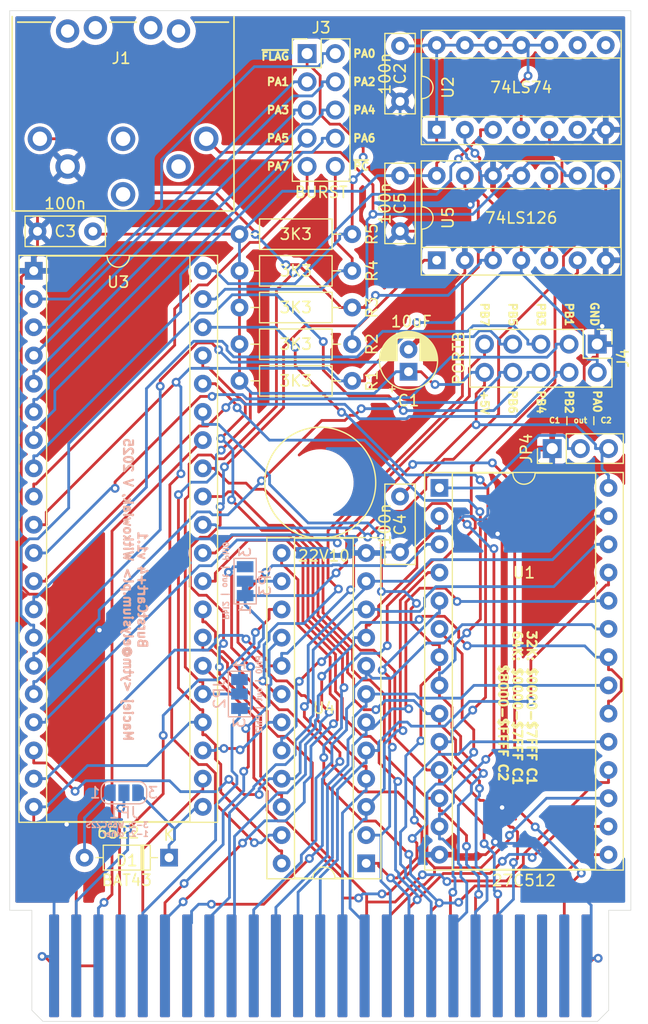
<source format=kicad_pcb>
(kicad_pcb (version 20211014) (generator pcbnew)
  (title_block (title "BurstCart+4") (date "2025-05-05") (rev "1.1") (company "YTM Enterprises") (comment 1 "Maciej Witkowiak <ytm@elysium.pl>"))
  (layers (0 "F.Cu" signal) (31 "B.Cu" signal) (34 "B.Paste" user) (35 "F.Paste" user) (36 "B.SilkS" user "B.Silkscreen") (37 "F.SilkS" user "F.Silkscreen") (38 "B.Mask" user) (39 "F.Mask" user) (44 "Edge.Cuts" user))
  (net 0 "")
  (net 1 "/PA0")
  (net 2 "/PA1")
  (net 3 "/PA2")
  (net 4 "/PA3")
  (net 5 "/PA4")
  (net 6 "/PA5")
  (net 7 "/PA6")
  (net 8 "/PA7")
  (net 9 "/PB0")
  (net 10 "/PB1")
  (net 11 "/PB2")
  (net 12 "/PB3")
  (net 13 "/PB4")
  (net 14 "/PB5")
  (net 15 "/PB6")
  (net 16 "/PB7")
  (net 17 "/~{PC}")
  (net 18 "/~{IRQ}")
  (net 19 "/R{slash}~{W}")
  (net 20 "/~{FLAG}")
  (net 21 "/PHI2")
  (net 22 "/D7")
  (net 23 "/D6")
  (net 24 "/D5")
  (net 25 "/D4")
  (net 26 "/D3")
  (net 27 "/D2")
  (net 28 "/D1")
  (net 29 "/D0")
  (net 30 "/~{RESET}")
  (net 31 "IEC_RESET")
  (net 32 "GND")
  (net 33 "IEC_ATN")
  (net 34 "IEC_CLK")
  (net 35 "IEC_DATA")
  (net 36 "VCC")
  (net 37 "/C1HI")
  (net 38 "/C2LO")
  (net 39 "/C2HI")
  (net 40 "/~{CS1}")
  (net 41 "/~{CS0}")
  (net 43 "/MUX")
  (net 44 "/BA")
  (net 45 "/AEC")
  (net 46 "/EXT_AUDIO")
  (net 47 "/NC2")
  (net 48 "/C1LO")
  (net 49 "/NC3")
  (net 50 "/~{RAS}")
  (net 51 "/PHI0")
  (net 52 "/A15")
  (net 53 "/A14")
  (net 54 "/A13")
  (net 55 "/A12")
  (net 56 "/A11")
  (net 57 "/A10")
  (net 58 "/A9")
  (net 59 "/A8")
  (net 60 "/A7")
  (net 61 "/A6")
  (net 62 "/A5")
  (net 63 "/A4")
  (net 64 "/A3")
  (net 65 "/A2")
  (net 66 "/A1")
  (net 67 "/A0")
  (net 68 "/NC1")
  (net 69 "/ROM_A15")
  (net 70 "/~{ROMCS}")
  (net 71 "IEC_SRQ")
  (net 73 "Net-(D1-Pad1)")
  (net 74 "Net-(D1-Pad2)")
  (net 75 "/VIACLK")
  (net 76 "/GALCLK")
  (net 77 "/~{VIA}")
  (net 78 "/CNTin")
  (net 79 "Net-(U2-Pad5)")
  (net 82 "/SPin")
  (net 83 "/SPout")
  (net 84 "/CNTout")
  (footprint "Resistor_THT:R_Axial_DIN0207_L6.3mm_D2.5mm_P10.16mm_Horizontal" (layer "F.Cu") (at 140.97 75.184)
    (property "Value" "3K3")
    (fp_text reference "R4")
    (fp_text value "3K3")
  )
  (footprint "Capacitor_THT:C_Disc_D7.0mm_W2.5mm_P5.00mm" (layer "F.Cu") (at 127.762 71.628 180)
    (property "Value" "470p")
    (fp_text reference "C3")
    (fp_text value "100n")
  )
  (footprint "Connector_PinHeader_2.54mm:PinHeader_2x05_P2.54mm_Vertical" (layer "F.Cu") (at 147.066 55.626)
    (fp_text reference "J3")
    (fp_text value "BURST")
  )
  (footprint "burstcart:DIN6" (layer "F.Cu") (at 130.302 57.658)
    (fp_text reference "J1")
    (fp_text value "IEC")
  )
  (footprint "Package_DIP:DIP-28_W15.24mm_Socket" (layer "F.Cu") (at 158.999 94.727)
    (fp_text reference "U1")
    (fp_text value "27C512")
  )
  (footprint "Capacitor_THT:C_Disc_D7.0mm_W2.5mm_P5.00mm" (layer "F.Cu") (at 155.448 95.504 -90)
    (property "Value" "470p")
    (fp_text reference "C4")
    (fp_text value "100n")
  )
  (footprint "Diode_THT:D_DO-35_SOD27_P7.62mm_Horizontal" (layer "F.Cu") (at 134.62 128.016 180)
    (fp_text reference "D1")
    (fp_text value "BAT43")
  )
  (footprint "Package_DIP:DIP-14_W7.62mm_Socket" (layer "F.Cu") (at 158.75 74.234 90)
    (fp_text reference "U5")
    (fp_text value "74LS126")
  )
  (footprint "Resistor_THT:R_Axial_DIN0207_L6.3mm_D2.5mm_P10.16mm_Horizontal" (layer "F.Cu") (at 140.97 85.09)
    (property "Value" "3K3")
    (fp_text reference "R1")
    (fp_text value "3K3")
  )
  (footprint "c264-magic-cart-rev1:C16_CART" (layer "F.Cu") (at 122.2531 142.7596)
    (fp_text reference "U$1" hide)
    (fp_text value "C16_CARTRIDGE" hide)
    (fp_line (start 54 -10) (end 52 -10) (layer "Edge.Cuts") (width 0.05))
    (fp_line (start -2 -10) (end -2 -91) (layer "Edge.Cuts") (width 0.05))
    (fp_line (start -2 -10) (end 0 -10) (layer "Edge.Cuts") (width 0.05))
    (fp_line (start 51 0) (end 52 -1) (layer "Edge.Cuts") (width 0.05))
    (fp_line (start -2 -91) (end 54 -91) (layer "Edge.Cuts") (width 0.05))
    (fp_line (start 52 -1) (end 52 -10) (layer "Edge.Cuts") (width 0.05))
    (fp_line (start 0 -1) (end 0 -10) (layer "Edge.Cuts") (width 0.05))
    (fp_line (start 1 0) (end 51 0) (layer "Edge.Cuts") (width 0.05))
    (fp_line (start 54 -10) (end 54 -91) (layer "Edge.Cuts") (width 0.05))
    (fp_line (start 1 0) (end 0 -1) (layer "Edge.Cuts") (width 0.05))
  )
  (footprint "Connector_PinHeader_2.54mm:PinHeader_1x03_P2.54mm_Vertical" (layer "F.Cu") (at 169.164 91.186 90)
    (fp_text reference "JP4")
    (fp_text value "Jumper_3_Bridged12" hide)
  )
  (footprint "Connector_PinHeader_2.54mm:PinHeader_2x05_P2.54mm_Vertical" (layer "F.Cu") (at 173.223 81.783 -90)
    (fp_text reference "J4")
    (fp_text value "PORTB")
  )
  (footprint "Package_DIP:DIP-24_W7.62mm_Socket" (layer "F.Cu") (at 152.39 128.529 180)
    (fp_text reference "U4")
    (fp_text value "22V10")
  )
  (footprint "Package_DIP:DIP-14_W7.62mm_Socket" (layer "F.Cu") (at 158.75 62.484 90)
    (fp_text reference "U2")
    (fp_text value "74LS74")
  )
  (footprint "Capacitor_THT:CP_Radial_D5.0mm_P2.00mm" (layer "F.Cu") (at 156.21 84.2671 90)
    (fp_text reference "C1")
    (fp_text value "10uF")
  )
  (footprint "Resistor_THT:R_Axial_DIN0207_L6.3mm_D2.5mm_P10.16mm_Horizontal" (layer "F.Cu") (at 140.97 78.486)
    (property "Value" "3K3")
    (fp_text reference "R3")
    (fp_text value "3K3")
  )
  (footprint "Package_DIP:DIP-40_W15.24mm_Socket" (layer "F.Cu") (at 122.423 75.184)
    (fp_text reference "U3")
    (fp_text value "6522")
  )
  (footprint "Capacitor_THT:C_Disc_D7.0mm_W2.5mm_P5.00mm" (layer "F.Cu") (at 155.448 66.614 -90)
    (property "Value" "470p")
    (fp_text reference "C5")
    (fp_text value "100n")
  )
  (footprint "Capacitor_THT:C_Disc_D7.0mm_W2.5mm_P5.00mm" (layer "F.Cu") (at 155.448 54.93 -90)
    (property "Value" "470p")
    (fp_text reference "C2")
    (fp_text value "100n")
  )
  (footprint "Resistor_THT:R_Axial_DIN0207_L6.3mm_D2.5mm_P10.16mm_Horizontal" (layer "F.Cu") (at 140.97 81.788)
    (property "Value" "3K3")
    (fp_text reference "R2")
    (fp_text value "3K3")
  )
  (footprint "Resistor_THT:R_Axial_DIN0207_L6.3mm_D2.5mm_P10.16mm_Horizontal" (layer "F.Cu") (at 140.97 71.882)
    (property "Value" "3K3")
    (fp_text reference "R5")
    (fp_text value "3K3")
  )
  (footprint "Jumper:SolderJumper-3_P1.3mm_Bridged12_Pad1.0x1.5mm_NumberLabels" (layer "B.Cu") (at 140.97 113.284 -90)
    (fp_text reference "JP2")
    (fp_text value "Jumper_3_Bridged12" hide)
  )
  (footprint "Jumper:SolderJumper-3_P1.3mm_Bridged12_Pad1.0x1.5mm_NumberLabels" (layer "B.Cu") (at 141.478 103.124 90)
    (fp_text reference "JP3")
    (fp_text value "Jumper_3_Bridged12" hide)
  )
  (footprint "Jumper:SolderJumper-3_P1.3mm_Open_RoundedPad1.0x1.5mm_NumberLabels" (layer "B.Cu") (at 130.556 122.174)
    (fp_text reference "JP1")
    (fp_text value "Jumper_3_Open" hide)
  )
  (gr_text "3-2: W65C22S\n1-2: other" (at 132.842 125.476) (layer "B.SilkS") (effects (font (size 0.5 0.5) (thickness 0.125)) (justify left mirror)))
  (gr_text "Phi2 | out | Phi0" (at 139.715 106.68 270) (layer "B.SilkS") (effects (font (size 0.5 0.5) (thickness 0.125)) (justify left mirror)))
  (gr_text "Phi0 | out | Phi2" (at 142.748 109.728 90) (layer "B.SilkS") (effects (font (size 0.5 0.5) (thickness 0.125)) (justify left mirror)))
  (gr_text "BurstCart+4 v1.1\nMaciej <ytm@elysium.pl> Witkowiak, V 2025" (at 131.572 103.886 270) (layer "B.SilkS") (effects (font (size 0.8 0.8) (thickness 0.2)) (justify mirror)))
  (gr_text "GND" (at 172.974 80.264 270) (layer "F.SilkS") (effects (font (size 0.7 0.7) (thickness 0.175)) (justify right)))
  (gr_text "+5V" (at 163.068 85.852 270) (layer "F.SilkS") (effects (font (size 0.7 0.7) (thickness 0.175)) (justify left)))
  (gr_text "PB4" (at 168.148 85.852 270) (layer "F.SilkS") (effects (font (size 0.7 0.7) (thickness 0.175)) (justify left)))
  (gr_text "PA7" (at 145.542 65.786) (layer "F.SilkS") (effects (font (size 0.7 0.7) (thickness 0.175)) (justify right)))
  (gr_text "PA4" (at 151.13 60.706) (layer "F.SilkS") (effects (font (size 0.7 0.7) (thickness 0.175)) (justify left)))
  (gr_text "PA1" (at 145.542 58.166) (layer "F.SilkS") (effects (font (size 0.7 0.7) (thickness 0.175)) (justify right)))
  (gr_text "PB5" (at 165.608 80.264 270) (layer "F.SilkS") (effects (font (size 0.7 0.7) (thickness 0.175)) (justify right)))
  (gr_text "PA0" (at 151.13 55.626) (layer "F.SilkS") (effects (font (size 0.7 0.7) (thickness 0.175)) (justify left)))
  (gr_text "PA0" (at 173.228 85.852 270) (layer "F.SilkS") (effects (font (size 0.7 0.7) (thickness 0.175)) (justify left)))
  (gr_text "PB7" (at 163.068 80.264 270) (layer "F.SilkS") (effects (font (size 0.7 0.7) (thickness 0.175)) (justify right)))
  (gr_text "PB1" (at 170.688 80.264 270) (layer "F.SilkS") (effects (font (size 0.7 0.7) (thickness 0.175)) (justify right)))
  (gr_text "PA3" (at 145.542 60.706) (layer "F.SilkS") (effects (font (size 0.7 0.7) (thickness 0.175)) (justify right)))
  (gr_text "32K: $0000-$7FFF C1\n64K: $0000-$7FFF C1\n     $8000-$FFFF C2" (at 166.0204 107.4704 270) (layer "F.SilkS") (effects (font (size 0.8 0.8) (thickness 0.2)) (justify left)))
  (gr_text "PA5" (at 145.542 63.246) (layer "F.SilkS") (effects (font (size 0.7 0.7) (thickness 0.175)) (justify right)))
  (gr_text "~{PC}" (at 151.13 65.786) (layer "F.SilkS") (effects (font (size 0.7 0.7) (thickness 0.175)) (justify left)))
  (gr_text "PB2" (at 170.688 85.852 270) (layer "F.SilkS") (effects (font (size 0.7 0.7) (thickness 0.175)) (justify left)))
  (gr_text "PB3" (at 168.148 80.264 270) (layer "F.SilkS") (effects (font (size 0.7 0.7) (thickness 0.175)) (justify right)))
  (gr_text "PA2" (at 151.13 58.166) (layer "F.SilkS") (effects (font (size 0.7 0.7) (thickness 0.175)) (justify left)))
  (gr_text "PB6" (at 165.608 85.852 270) (layer "F.SilkS") (effects (font (size 0.7 0.7) (thickness 0.175)) (justify left)))
  (gr_text "~{FLAG}" (at 145.542 55.88) (layer "F.SilkS") (effects (font (size 0.7 0.7) (thickness 0.175)) (justify right)))
  (gr_text "C1 | out | C2" (at 171.704 88.646) (layer "F.SilkS") (effects (font (size 0.5 0.5) (thickness 0.125))))
  (gr_text "PA6" (at 151.13 63.246) (layer "F.SilkS") (effects (font (size 0.7 0.7) (thickness 0.175)) (justify left)))
  (segment (start 149.606 55.626) (end 148.4291 55.626) (width 0.25) (layer "B.Cu") (net 1))
  (segment (start 148.4291 56.4352) (end 148.0614 56.8029) (width 0.25) (layer "B.Cu") (net 1))
  (segment (start 142.311115 56.8029) (end 148.0614 56.8029) (width 0.25) (layer "B.Cu") (net 1))
  (segment (start 133.951489 69.430511) (end 133.951489 65.162526) (width 0.25) (layer "B.Cu") (net 1))
  (segment (start 133.951489 65.162526) (end 142.311115 56.8029) (width 0.25) (layer "B.Cu") (net 1))
  (segment (start 148.4291 55.626) (end 148.4291 56.4352) (width 0.25) (layer "B.Cu") (net 1))
  (segment (start 125.658 77.724) (end 133.951489 69.430511) (width 0.25) (layer "B.Cu") (net 1))
  (segment (start 125.658 77.724) (end 122.423 77.724) (width 0.25) (layer "B.Cu") (net 1))
  (segment (start 123.7911 80.264) (end 145.8891 58.166) (width 0.25) (layer "B.Cu") (net 2))
  (segment (start 147.066 58.166) (end 145.8891 58.166) (width 0.25) (layer "B.Cu") (net 2))
  (segment (start 122.423 80.264) (end 123.7911 80.264) (width 0.25) (layer "B.Cu") (net 2))
  (segment (start 122.423 82.804) (end 145.791 59.436) (width 0.25) (layer "B.Cu") (net 3))
  (segment (start 149.606 58.166) (end 148.4291 58.166) (width 0.25) (layer "B.Cu") (net 3))
  (segment (start 147.5249 59.436) (end 148.4291 58.5318) (width 0.25) (layer "B.Cu") (net 3))
  (segment (start 148.4291 58.5318) (end 148.4291 58.166) (width 0.25) (layer "B.Cu") (net 3))
  (segment (start 145.791 59.436) (end 147.5249 59.436) (width 0.25) (layer "B.Cu") (net 3))
  (segment (start 147.066 60.706) (end 145.8891 60.706) (width 0.25) (layer "B.Cu") (net 4))
  (segment (start 122.423 85.344) (end 122.423 84.2171) (width 0.25) (layer "B.Cu") (net 4))
  (segment (start 122.423 84.2171) (end 122.7047 84.2171) (width 0.25) (layer "B.Cu") (net 4))
  (segment (start 122.7047 84.2171) (end 145.8891 61.0327) (width 0.25) (layer "B.Cu") (net 4))
  (segment (start 145.8891 61.0327) (end 145.8891 60.706) (width 0.25) (layer "B.Cu") (net 4))
  (segment (start 123.7371 84.8802) (end 146.6413 61.976) (width 0.25) (layer "B.Cu") (net 5))
  (segment (start 146.6413 61.976) (end 147.5249 61.976) (width 0.25) (layer "B.Cu") (net 5))
  (segment (start 122.423 87.884) (end 122.423 86.7571) (width 0.25) (layer "B.Cu") (net 5))
  (segment (start 147.5249 61.976) (end 148.4291 61.0718) (width 0.25) (layer "B.Cu") (net 5))
  (segment (start 149.606 60.706) (end 148.4291 60.706) (width 0.25) (layer "B.Cu") (net 5))
  (segment (start 123.7371 85.7248) (end 123.7371 84.8802) (width 0.25) (layer "B.Cu") (net 5))
  (segment (start 148.4291 61.0718) (end 148.4291 60.706) (width 0.25) (layer "B.Cu") (net 5))
  (segment (start 122.423 86.7571) (end 122.7048 86.7571) (width 0.25) (layer "B.Cu") (net 5))
  (segment (start 122.7048 86.7571) (end 123.7371 85.7248) (width 0.25) (layer "B.Cu") (net 5))
  (segment (start 124.3232 87.6786) (end 122.7047 89.2971) (width 0.25) (layer "B.Cu") (net 6))
  (segment (start 122.423 90.424) (end 122.423 89.2971) (width 0.25) (layer "B.Cu") (net 6))
  (segment (start 147.066 63.246) (end 124.3232 85.9888) (width 0.25) (layer "B.Cu") (net 6))
  (segment (start 124.3232 85.9888) (end 124.3232 87.6786) (width 0.25) (layer "B.Cu") (net 6))
  (segment (start 122.7047 89.2971) (end 122.423 89.2971) (width 0.25) (layer "B.Cu") (net 6))
  (segment (start 149.606 63.246) (end 148.4291 63.246) (width 0.25) (layer "B.Cu") (net 7))
  (segment (start 147.5249 64.516) (end 148.4291 63.6118) (width 0.25) (layer "B.Cu") (net 7))
  (segment (start 135.668 78.8738) (end 135.668 75.5127) (width 0.25) (layer "B.Cu") (net 7))
  (segment (start 146.6647 64.516) (end 147.5249 64.516) (width 0.25) (layer "B.Cu") (net 7))
  (segment (start 122.423 92.964) (end 122.423 91.8371) (width 0.25) (layer "B.Cu") (net 7))
  (segment (start 148.4291 63.6118) (end 148.4291 63.246) (width 0.25) (layer "B.Cu") (net 7))
  (segment (start 135.668 75.5127) (end 146.6647 64.516) (width 0.25) (layer "B.Cu") (net 7))
  (segment (start 122.7047 91.8371) (end 135.668 78.8738) (width 0.25) (layer "B.Cu") (net 7))
  (segment (start 122.423 91.8371) (end 122.7047 91.8371) (width 0.25) (layer "B.Cu") (net 7))
  (segment (start 138.0782 76.454) (end 137.2763 76.454) (width 0.25) (layer "F.Cu") (net 8))
  (segment (start 141.907 72.6252) (end 138.0782 76.454) (width 0.25) (layer "F.Cu") (net 8))
  (segment (start 135.1275 78.6028) (end 135.1275 81.8775) (width 0.25) (layer "F.Cu") (net 8))
  (segment (start 137.2763 76.454) (end 135.1275 78.6028) (width 0.25) (layer "F.Cu") (net 8))
  (segment (start 147.066 65.786) (end 147.066 68.2504) (width 0.25) (layer "F.Cu") (net 8))
  (segment (start 135.1275 81.8775) (end 122.6279 94.3771) (width 0.25) (layer "F.Cu") (net 8))
  (segment (start 147.066 68.2504) (end 142.6912 72.6252) (width 0.25) (layer "F.Cu") (net 8))
  (segment (start 122.6279 94.3771) (end 122.423 94.3771) (width 0.25) (layer "F.Cu") (net 8))
  (segment (start 142.6912 72.6252) (end 141.907 72.6252) (width 0.25) (layer "F.Cu") (net 8))
  (segment (start 122.423 95.504) (end 122.423 94.3771) (width 0.25) (layer "F.Cu") (net 8))
  (segment (start 138.7966 123.1622) (end 138.7966 120.4093) (width 0.25) (layer "F.Cu") (net 9))
  (segment (start 134.6947 94.4459) (end 135.6913 93.4493) (width 0.25) (layer "F.Cu") (net 9))
  (segment (start 137.2794 119.634) (end 134.8611 117.2157) (width 0.25) (layer "F.Cu") (net 9))
  (segment (start 123.5499 98.044) (end 123.5499 96.9171) (width 0.25) (layer "F.Cu") (net 9))
  (segment (start 122.423 98.044) (end 123.5499 98.044) (width 0.25) (layer "F.Cu") (net 9))
  (segment (start 166.37 70.2809) (end 166.37 74.234) (width 0.25) (layer "F.Cu") (net 9))
  (segment (start 151.13 85.09) (end 152.2569 85.09) (width 0.25) (layer "F.Cu") (net 9))
  (segment (start 134.8611 117.2157) (end 134.8611 114.4485) (width 0.25) (layer "F.Cu") (net 9))
  (segment (start 152.2569 84.5241) (end 156.943 79.838) (width 0.25) (layer "F.Cu") (net 9))
  (segment (start 123.5499 96.9171) (end 135.2552 85.2118) (width 0.25) (layer "F.Cu") (net 9))
  (segment (start 168.91 67.7409) (end 166.37 70.2809) (width 0.25) (layer "F.Cu") (net 9))
  (segment (start 134.6947 114.2821) (end 134.6947 94.4459) (width 0.25) (layer "F.Cu") (net 9))
  (segment (start 152.2569 85.09) (end 152.2569 84.5241) (width 0.25) (layer "F.Cu") (net 9))
  (segment (start 142.311 126.6766) (end 138.7966 123.1622) (width 0.25) (layer "F.Cu") (net 9))
  (segment (start 134.8611 114.4485) (end 134.6947 114.2821) (width 0.25) (layer "F.Cu") (net 9))
  (segment (start 168.91 66.614) (end 168.91 67.7409) (width 0.25) (layer "F.Cu") (net 9))
  (segment (start 138.7966 120.4093) (end 138.0213 119.634) (width 0.25) (layer "F.Cu") (net 9))
  (segment (start 138.0213 119.634) (end 137.2794 119.634) (width 0.25) (layer "F.Cu") (net 9))
  (via (at 135.2552 85.2118) (size 0.8) (drill 0.4) (layers "F.Cu" "B.Cu") (net 9))
  (via (at 142.311 126.6766) (size 0.8) (drill 0.4) (layers "F.Cu" "B.Cu") (net 9))
  (via (at 135.6913 93.4493) (size 0.8) (drill 0.4) (layers "F.Cu" "B.Cu") (net 9))
  (via (at 156.943 79.838) (size 0.8) (drill 0.4) (layers "F.Cu" "B.Cu") (net 9))
  (segment (start 136.5039 83.9631) (end 135.2552 85.2118) (width 0.25) (layer "B.Cu") (net 9))
  (segment (start 166.37 75.3609) (end 164.6004 75.3609) (width 0.25) (layer "B.Cu") (net 9))
  (segment (start 172.0461 82.7784) (end 172.0461 81.037) (width 0.25) (layer "B.Cu") (net 9))
  (segment (start 144.77 125.989) (end 143.6431 125.989) (width 0.25) (layer "B.Cu") (net 9))
  (segment (start 173.223 83.1461) (end 172.4138 83.1461) (width 0.25) (layer "B.Cu") (net 9))
  (segment (start 148.8762 83.9631) (end 136.5039 83.9631) (width 0.25) (layer "B.Cu") (net 9))
  (segment (start 172.0461 81.037) (end 166.37 75.3609) (width 0.25) (layer "B.Cu") (net 9))
  (segment (start 166.37 74.234) (end 166.37 75.3609) (width 0.25) (layer "B.Cu") (net 9))
  (segment (start 173.223 84.323) (end 173.223 83.1461) (width 0.25) (layer "B.Cu") (net 9))
  (segment (start 151.13 85.09) (end 150.0031 85.09) (width 0.25) (layer "B.Cu") (net 9))
  (segment (start 142.9555 126.6766) (end 142.311 126.6766) (width 0.25) (layer "B.Cu") (net 9))
  (segment (start 172.4138 83.1461) (end 172.0461 82.7784) (width 0.25) (layer "B.Cu") (net 9))
  (segment (start 135.2552 85.2118) (end 135.6913 85.6479) (width 0.25) (layer "B.Cu") (net 9))
  (segment (start 160.1233 79.838) (end 156.943 79.838) (width 0.25) (layer "B.Cu") (net 9))
  (segment (start 150.0031 85.09) (end 148.8762 83.9631) (width 0.25) (layer "B.Cu") (net 9))
  (segment (start 143.6431 125.989) (end 142.9555 126.6766) (width 0.25) (layer "B.Cu") (net 9))
  (segment (start 135.6913 85.6479) (end 135.6913 93.4493) (width 0.25) (layer "B.Cu") (net 9))
  (segment (start 164.6004 75.3609) (end 160.1233 79.838) (width 0.25) (layer "B.Cu") (net 9))
  (segment (start 129.7518 94.1869) (end 129.7518 94.7672) (width 0.25) (layer "F.Cu") (net 10))
  (segment (start 137.4459 86.4928) (end 129.7518 94.1869) (width 0.25) (layer "F.Cu") (net 10))
  (segment (start 138.4999 86.4928) (end 137.4459 86.4928) (width 0.25) (layer "F.Cu") (net 10))
  (via (at 138.4999 86.4928) (size 0.8) (drill 0.4) (layers "F.Cu" "B.Cu") (net 10))
  (via (at 129.7518 94.7672) (size 0.8) (drill 0.4) (layers "F.Cu" "B.Cu") (net 10))
  (segment (start 168.6971 82.9599) (end 160.0207 82.9599) (width 0.25) (layer "B.Cu") (net 10))
  (segment (start 122.423 100.584) (end 123.5499 100.584) (width 0.25) (layer "B.Cu") (net 10))
  (segment (start 123.5499 100.584) (end 129.3667 94.7672) (width 0.25) (layer "B.Cu") (net 10))
  (segment (start 169.5061 81.783) (end 169.5061 82.1509) (width 0.25) (layer "B.Cu") (net 10))
  (segment (start 170.683 81.783) (end 169.5061 81.783) (width 0.25) (layer "B.Cu") (net 10))
  (segment (start 138.6626 86.3301) (end 138.4999 86.4928) (width 0.25) (layer "B.Cu") (net 10))
  (segment (start 160.0207 82.9599) (end 156.3948 86.5858) (width 0.25) (layer "B.Cu") (net 10))
  (segment (start 141.2439 86.3301) (end 138.6626 86.3301) (width 0.25) (layer "B.Cu") (net 10))
  (segment (start 129.3667 94.7672) (end 129.7518 94.7672) (width 0.25) (layer "B.Cu") (net 10))
  (segment (start 169.5061 82.1509) (end 168.6971 82.9599) (width 0.25) (layer "B.Cu") (net 10))
  (segment (start 155.2585 86.5858) (end 155.1348 86.7095) (width 0.25) (layer "B.Cu") (net 10))
  (segment (start 155.1348 86.7095) (end 141.6233 86.7095) (width 0.25) (layer "B.Cu") (net 10))
  (segment (start 156.3948 86.5858) (end 155.2585 86.5858) (width 0.25) (layer "B.Cu") (net 10))
  (segment (start 141.6233 86.7095) (end 141.2439 86.3301) (width 0.25) (layer "B.Cu") (net 10))
  (segment (start 123.5499 102.9357) (end 137.3316 89.154) (width 0.25) (layer "F.Cu") (net 11))
  (segment (start 137.3316 89.154) (end 138.0826 89.154) (width 0.25) (layer "F.Cu") (net 11))
  (segment (start 122.423 103.124) (end 123.5499 103.124) (width 0.25) (layer "F.Cu") (net 11))
  (segment (start 123.5499 103.124) (end 123.5499 102.9357) (width 0.25) (layer "F.Cu") (net 11))
  (segment (start 138.0826 89.154) (end 139.7416 87.495) (width 0.25) (layer "F.Cu") (net 11))
  (via (at 139.7416 87.495) (size 0.8) (drill 0.4) (layers "F.Cu" "B.Cu") (net 11))
  (segment (start 150.4723 87.1997) (end 141.4744 87.1997) (width 0.25) (layer "B.Cu") (net 11))
  (segment (start 141.4744 87.1997) (end 141.0567 86.782) (width 0.25) (layer "B.Cu") (net 11))
  (segment (start 169.5061 84.6888) (end 165.8976 88.2973) (width 0.25) (layer "B.Cu") (net 11))
  (segment (start 156.0364 88.5029) (end 151.7755 88.5029) (width 0.25) (layer "B.Cu") (net 11))
  (segment (start 140.4546 86.782) (end 139.7416 87.495) (width 0.25) (layer "B.Cu") (net 11))
  (segment (start 141.0567 86.782) (end 140.4546 86.782) (width 0.25) (layer "B.Cu") (net 11))
  (segment (start 151.7755 88.5029) (end 150.4723 87.1997) (width 0.25) (layer "B.Cu") (net 11))
  (segment (start 170.683 84.323) (end 169.5061 84.323) (width 0.25) (layer "B.Cu") (net 11))
  (segment (start 165.8976 88.2973) (end 156.242 88.2973) (width 0.25) (layer "B.Cu") (net 11))
  (segment (start 169.5061 84.323) (end 169.5061 84.6888) (width 0.25) (layer "B.Cu") (net 11))
  (segment (start 156.242 88.2973) (end 156.0364 88.5029) (width 0.25) (layer "B.Cu") (net 11))
  (segment (start 139.8431 81.9649) (end 139.8431 82.3296) (width 0.25) (layer "B.Cu") (net 12))
  (segment (start 132.5829 85.7824) (end 136.8395 81.5258) (width 0.25) (layer "B.Cu") (net 12))
  (segment (start 168.143 81.783) (end 166.9661 81.783) (width 0.25) (layer "B.Cu") (net 12))
  (segment (start 132.5829 94.6589) (end 132.5829 85.7824) (width 0.25) (layer "B.Cu") (net 12))
  (segment (start 122.7047 104.5371) (end 132.5829 94.6589) (width 0.25) (layer "B.Cu") (net 12))
  (segment (start 136.8395 81.5258) (end 139.404 81.5258) (width 0.25) (layer "B.Cu") (net 12))
  (segment (start 140.4457 82.9322) (end 151.5804 82.9322) (width 0.25) (layer "B.Cu") (net 12))
  (segment (start 166.9661 81.4152) (end 166.9661 81.783) (width 0.25) (layer "B.Cu") (net 12))
  (segment (start 151.5804 82.9322) (end 153.877 80.6356) (width 0.25) (layer "B.Cu") (net 12))
  (segment (start 153.877 80.6356) (end 161.5287 80.6356) (width 0.25) (layer "B.Cu") (net 12))
  (segment (start 165.6805 80.1296) (end 166.9661 81.4152) (width 0.25) (layer "B.Cu") (net 12))
  (segment (start 122.423 105.664) (end 122.423 104.5371) (width 0.25) (layer "B.Cu") (net 12))
  (segment (start 139.404 81.5258) (end 139.8431 81.9649) (width 0.25) (layer "B.Cu") (net 12))
  (segment (start 122.423 104.5371) (end 122.7047 104.5371) (width 0.25) (layer "B.Cu") (net 12))
  (segment (start 162.0347 80.1296) (end 165.6805 80.1296) (width 0.25) (layer "B.Cu") (net 12))
  (segment (start 161.5287 80.6356) (end 162.0347 80.1296) (width 0.25) (layer "B.Cu") (net 12))
  (segment (start 139.8431 82.3296) (end 140.4457 82.9322) (width 0.25) (layer "B.Cu") (net 12))
  (segment (start 155.7467 87.7646) (end 154.4215 86.4394) (width 0.25) (layer "F.Cu") (net 13))
  (segment (start 150.8421 86.4394) (end 148.5264 84.1237) (width 0.25) (layer "F.Cu") (net 13))
  (segment (start 148.5264 84.1237) (end 148.5264 81.5548) (width 0.25) (layer "F.Cu") (net 13))
  (segment (start 154.4215 86.4394) (end 150.8421 86.4394) (width 0.25) (layer "F.Cu") (net 13))
  (via (at 148.5264 81.5548) (size 0.8) (drill 0.4) (layers "F.Cu" "B.Cu") (net 13))
  (via (at 155.7467 87.7646) (size 0.8) (drill 0.4) (layers "F.Cu" "B.Cu") (net 13))
  (segment (start 163.8903 87.7646) (end 166.9661 84.6888) (width 0.25) (layer "B.Cu") (net 13))
  (segment (start 138.6618 78.994) (end 140.3153 77.3405) (width 0.25) (layer "B.Cu") (net 13))
  (segment (start 140.3153 77.3405) (end 144.3121 77.3405) (width 0.25) (layer "B.Cu") (net 13))
  (segment (start 137.315 78.994) (end 138.6618 78.994) (width 0.25) (layer "B.Cu") (net 13))
  (segment (start 155.7467 87.7646) (end 163.8903 87.7646) (width 0.25) (layer "B.Cu") (net 13))
  (segment (start 121.275 100.0766) (end 122.0376 99.314) (width 0.25) (layer "B.Cu") (net 13))
  (segment (start 122.1413 107.0771) (end 121.275 106.2108) (width 0.25) (layer "B.Cu") (net 13))
  (segment (start 168.143 84.323) (end 166.9661 84.323) (width 0.25) (layer "B.Cu") (net 13))
  (segment (start 122.793 99.314) (end 125.5735 96.5335) (width 0.25) (layer "B.Cu") (net 13))
  (segment (start 121.275 106.2108) (end 121.275 100.0766) (width 0.25) (layer "B.Cu") (net 13))
  (segment (start 125.5735 96.5335) (end 125.5735 90.7355) (width 0.25) (layer "B.Cu") (net 13))
  (segment (start 144.3121 77.3405) (end 148.5264 81.5548) (width 0.25) (layer "B.Cu") (net 13))
  (segment (start 166.9661 84.6888) (end 166.9661 84.323) (width 0.25) (layer "B.Cu") (net 13))
  (segment (start 122.0376 99.314) (end 122.793 99.314) (width 0.25) (layer "B.Cu") (net 13))
  (segment (start 125.5735 90.7355) (end 137.315 78.994) (width 0.25) (layer "B.Cu") (net 13))
  (segment (start 122.423 108.204) (end 122.423 107.0771) (width 0.25) (layer "B.Cu") (net 13))
  (segment (start 122.423 107.0771) (end 122.1413 107.0771) (width 0.25) (layer "B.Cu") (net 13))
  (segment (start 138.475 81.6771) (end 139.0867 82.2888) (width 0.25) (layer "F.Cu") (net 14))
  (segment (start 137.1724 81.6771) (end 138.475 81.6771) (width 0.25) (layer "F.Cu") (net 14))
  (segment (start 133.8242 85.0253) (end 137.1724 81.6771) (width 0.25) (layer "F.Cu") (net 14))
  (segment (start 133.8242 85.5787) (end 133.8242 85.0253) (width 0.25) (layer "F.Cu") (net 14))
  (via (at 139.0867 82.2888) (size 0.8) (drill 0.4) (layers "F.Cu" "B.Cu") (net 14))
  (via (at 133.8242 85.5787) (size 0.8) (drill 0.4) (layers "F.Cu" "B.Cu") (net 14))
  (segment (start 155.7623 81.1134) (end 162.0682 81.1134) (width 0.25) (layer "B.Cu") (net 14))
  (segment (start 133.8242 98.4976) (end 122.7047 109.6171) (width 0.25) (layer "B.Cu") (net 14))
  (segment (start 122.423 110.744) (end 122.423 109.6171) (width 0.25) (layer "B.Cu") (net 14))
  (segment (start 162.0682 81.1134) (end 162.5967 80.5849) (width 0.25) (layer "B.Cu") (net 14))
  (segment (start 162.5967 80.5849) (end 163.5958 80.5849) (width 0.25) (layer "B.Cu") (net 14))
  (segment (start 133.8242 85.5787) (end 133.8242 98.4976) (width 0.25) (layer "B.Cu") (net 14))
  (segment (start 140.2009 83.403) (end 153.4727 83.403) (width 0.25) (layer "B.Cu") (net 14))
  (segment (start 153.4727 83.403) (end 155.7623 81.1134) (width 0.25) (layer "B.Cu") (net 14))
  (segment (start 163.5958 80.5849) (end 164.4261 81.4152) (width 0.25) (layer "B.Cu") (net 14))
  (segment (start 139.0867 82.2888) (end 140.2009 83.403) (width 0.25) (layer "B.Cu") (net 14))
  (segment (start 164.4261 81.4152) (end 164.4261 81.783) (width 0.25) (layer "B.Cu") (net 14))
  (segment (start 122.7047 109.6171) (end 122.423 109.6171) (width 0.25) (layer "B.Cu") (net 14))
  (segment (start 165.603 81.783) (end 164.4261 81.783) (width 0.25) (layer "B.Cu") (net 14))
  (segment (start 150.9325 88.1954) (end 150.4729 88.655) (width 0.25) (layer "F.Cu") (net 15))
  (segment (start 148.3896 88.655) (end 142.9525 94.0921) (width 0.25) (layer "F.Cu") (net 15))
  (segment (start 150.4729 88.655) (end 148.3896 88.655) (width 0.25) (layer "F.Cu") (net 15))
  (segment (start 150.9325 88.1953) (end 150.9325 88.1954) (width 0.25) (layer "F.Cu") (net 15))
  (segment (start 151.9504 87.5959) (end 151.351 88.1953) (width 0.25) (layer "F.Cu") (net 15))
  (segment (start 151.351 88.1953) (end 150.9325 88.1953) (width 0.25) (layer "F.Cu") (net 15))
  (via (at 142.9525 94.0921) (size 0.8) (drill 0.4) (layers "F.Cu" "B.Cu") (net 15))
  (via (at 151.9504 87.5959) (size 0.8) (drill 0.4) (layers "F.Cu" "B.Cu") (net 15))
  (segment (start 138.2807 96.8899) (end 138.5416 97.1508) (width 0.25) (layer "B.Cu") (net 15))
  (segment (start 142.9525 94.1321) (end 142.9525 94.0921) (width 0.25) (layer "B.Cu") (net 15))
  (segment (start 155.4457 87.0377) (end 154.8875 87.5959) (width 0.25) (layer "B.Cu") (net 15))
  (segment (start 138.5416 97.1508) (end 139.9338 97.1508) (width 0.25) (layer "B.Cu") (net 15))
  (segment (start 122.423 112.1571) (end 122.6565 112.1571) (width 0.25) (layer "B.Cu") (net 15))
  (segment (start 162.0688 87.0377) (end 155.4457 87.0377) (width 0.25) (layer "B.Cu") (net 15))
  (segment (start 165.603 84.323) (end 164.4261 84.323) (width 0.25) (layer "B.Cu") (net 15))
  (segment (start 122.6565 112.1571) (end 128.3151 106.4985) (width 0.25) (layer "B.Cu") (net 15))
  (segment (start 164.4261 84.6804) (end 162.0688 87.0377) (width 0.25) (layer "B.Cu") (net 15))
  (segment (start 164.4261 84.323) (end 164.4261 84.6804) (width 0.25) (layer "B.Cu") (net 15))
  (segment (start 139.9338 97.1508) (end 142.9525 94.1321) (width 0.25) (layer "B.Cu") (net 15))
  (segment (start 154.8875 87.5959) (end 151.9504 87.5959) (width 0.25) (layer "B.Cu") (net 15))
  (segment (start 128.3151 105.734) (end 137.1592 96.8899) (width 0.25) (layer "B.Cu") (net 15))
  (segment (start 137.1592 96.8899) (end 138.2807 96.8899) (width 0.25) (layer "B.Cu") (net 15))
  (segment (start 128.3151 106.4985) (end 128.3151 105.734) (width 0.25) (layer "B.Cu") (net 15))
  (segment (start 122.423 113.284) (end 122.423 112.1571) (width 0.25) (layer "B.Cu") (net 15))
  (segment (start 161.6984 83.9587) (end 161.6984 86.4701) (width 0.25) (layer "F.Cu") (net 16))
  (segment (start 161.6984 86.4701) (end 149.7915 98.377) (width 0.25) (layer "F.Cu") (net 16))
  (segment (start 149.7915 98.377) (end 149.7915 99.6787) (width 0.25) (layer "F.Cu") (net 16))
  (segment (start 163.063 81.783) (end 163.063 82.9599) (width 0.25) (layer "F.Cu") (net 16))
  (segment (start 163.063 82.9599) (end 162.6972 82.9599) (width 0.25) (layer "F.Cu") (net 16))
  (segment (start 162.6972 82.9599) (end 161.6984 83.9587) (width 0.25) (layer "F.Cu") (net 16))
  (via (at 149.7915 99.6787) (size 0.8) (drill 0.4) (layers "F.Cu" "B.Cu") (net 16))
  (segment (start 122.423 115.824) (end 123.5499 115.824) (width 0.25) (layer "B.Cu") (net 16))
  (segment (start 137.3593 101.7329) (end 138.4291 101.7329) (width 0.25) (layer "B.Cu") (net 16))
  (segment (start 149.5294 99.4166) (end 149.7915 99.6787) (width 0.25) (layer "B.Cu") (net 16))
  (segment (start 123.5499 115.824) (end 123.5499 115.5423) (width 0.25) (layer "B.Cu") (net 16))
  (segment (start 123.5499 115.5423) (end 137.3593 101.7329) (width 0.25) (layer "B.Cu") (net 16))
  (segment (start 138.4291 101.7329) (end 140.7454 99.4166) (width 0.25) (layer "B.Cu") (net 16))
  (segment (start 140.7454 99.4166) (end 149.5294 99.4166) (width 0.25) (layer "B.Cu") (net 16))
  (segment (start 151.13 75.184) (end 151.13 74.0571) (width 0.25) (layer "F.Cu") (net 17))
  (segment (start 149.606 72.5331) (end 149.606 65.786) (width 0.25) (layer "F.Cu") (net 17))
  (segment (start 151.13 74.0571) (end 149.606 72.5331) (width 0.25) (layer "F.Cu") (net 17))
  (segment (start 138.7899 77.724) (end 139.673 76.8409) (width 0.25) (layer "B.Cu") (net 17))
  (segment (start 148.3462 76.8409) (end 150.0031 75.184) (width 0.25) (layer "B.Cu") (net 17))
  (segment (start 137.663 77.724) (end 138.7899 77.724) (width 0.25) (layer "B.Cu") (net 17))
  (segment (start 151.13 75.184) (end 150.0031 75.184) (width 0.25) (layer "B.Cu") (net 17))
  (segment (start 139.673 76.8409) (end 148.3462 76.8409) (width 0.25) (layer "B.Cu") (net 17))
  (segment (start 130.1587 123.6482) (end 130.1587 137.6652) (width 0.25) (layer "F.Cu") (net 18))
  (segment (start 130.2531 123.5538) (end 130.1587 123.6482) (width 0.25) (layer "F.Cu") (net 18))
  (segment (start 130.1587 137.6652) (end 130.2531 137.7596) (width 0.25) (layer "F.Cu") (net 18))
  (via (at 130.2531 123.5538) (size 0.8) (drill 0.4) (layers "F.Cu" "B.Cu") (net 18))
  (segment (start 130.556 123.2509) (end 130.2531 123.5538) (width 0.25) (layer "B.Cu") (net 18))
  (segment (start 130.556 122.174) (end 130.556 123.2509) (width 0.25) (layer "B.Cu") (net 18))
  (segment (start 137.663 120.904) (end 137.663 122.0309) (width 0.25) (layer "F.Cu") (net 19))
  (segment (start 137.4684 122.0309) (end 137.663 122.0309) (width 0.25) (layer "F.Cu") (net 19))
  (segment (start 132.2531 127.2462) (end 137.4684 122.0309) (width 0.25) (layer "F.Cu") (net 19))
  (segment (start 132.2531 137.7596) (end 132.2531 127.2462) (width 0.25) (layer "F.Cu") (net 19))
  (segment (start 150.0047 61.976) (end 152.1237 64.095) (width 0.25) (layer "F.Cu") (net 20))
  (segment (start 152.1237 64.095) (end 152.1237 64.9544) (width 0.25) (layer "F.Cu") (net 20))
  (segment (start 147.066 55.626) (end 147.066 56.8029) (width 0.25) (layer "F.Cu") (net 20))
  (segment (start 147.066 56.8029) (end 147.4339 56.8029) (width 0.25) (layer "F.Cu") (net 20))
  (segment (start 149.1193 61.976) (end 150.0047 61.976) (width 0.25) (layer "F.Cu") (net 20))
  (segment (start 148.2429 61.0996) (end 149.1193 61.976) (width 0.25) (layer "F.Cu") (net 20))
  (segment (start 151.13 71.882) (end 151.13 67.0739) (width 0.25) (layer "F.Cu") (net 20))
  (segment (start 147.4339 56.8029) (end 148.2429 57.6119) (width 0.25) (layer "F.Cu") (net 20))
  (segment (start 151.13 67.0739) (end 151.2269 66.977) (width 0.25) (layer "F.Cu") (net 20))
  (segment (start 148.2429 57.6119) (end 148.2429 61.0996) (width 0.25) (layer "F.Cu") (net 20))
  (via (at 151.2269 66.977) (size 0.8) (drill 0.4) (layers "F.Cu" "B.Cu") (net 20))
  (via (at 152.1237 64.9544) (size 0.8) (drill 0.4) (layers "F.Cu" "B.Cu") (net 20))
  (segment (start 152.1237 66.0802) (end 152.1237 64.9544) (width 0.25) (layer "B.Cu") (net 20))
  (segment (start 150.0031 72.3162) (end 145.9782 76.3411) (width 0.25) (layer "B.Cu") (net 20))
  (segment (start 151.13 71.882) (end 150.0031 71.882) (width 0.25) (layer "B.Cu") (net 20))
  (segment (start 145.9782 76.3411) (end 139.947 76.3411) (width 0.25) (layer "B.Cu") (net 20))
  (segment (start 150.0031 71.882) (end 150.0031 72.3162) (width 0.25) (layer "B.Cu") (net 20))
  (segment (start 139.947 76.3411) (end 138.7899 75.184) (width 0.25) (layer "B.Cu") (net 20))
  (segment (start 137.663 75.184) (end 138.7899 75.184) (width 0.25) (layer "B.Cu") (net 20))
  (segment (start 151.2269 66.977) (end 152.1237 66.0802) (width 0.25) (layer "B.Cu") (net 20))
  (segment (start 156.5871 92.6093) (end 150.6331 98.5633) (width 0.25) (layer "F.Cu") (net 21))
  (segment (start 170.2531 130.9415) (end 171.7873 129.4073) (width 0.25) (layer "F.Cu") (net 21))
  (segment (start 170.2531 137.7596) (end 170.2531 130.9415) (width 0.25) (layer "F.Cu") (net 21))
  (segment (start 150.6331 98.5633) (end 150.6331 101.4338) (width 0.25) (layer "F.Cu") (net 21))
  (segment (start 165.7837 94.4916) (end 165.7837 123.4037) (width 0.25) (layer "F.Cu") (net 21))
  (segment (start 165.7837 123.4037) (end 167.6322 125.2522) (width 0.25) (layer "F.Cu") (net 21))
  (segment (start 150.6331 101.4338) (end 149.6801 102.3868) (width 0.25) (layer "F.Cu") (net 21))
  (segment (start 163.7682 92.4761) (end 165.7837 94.4916) (width 0.25) (layer "F.Cu") (net 21))
  (via (at 149.6801 102.3868) (size 0.8) (drill 0.4) (layers "F.Cu" "B.Cu") (net 21))
  (via (at 156.5871 92.6093) (size 0.8) (drill 0.4) (layers "F.Cu" "B.Cu") (net 21))
  (via (at 167.6322 125.2522) (size 0.8) (drill 0.4) (layers "F.Cu" "B.Cu") (net 21))
  (via (at 163.7682 92.4761) (size 0.8) (drill 0.4) (layers "F.Cu" "B.Cu") (net 21))
  (via (at 171.7873 129.4073) (size 0.8) (drill 0.4) (layers "F.Cu" "B.Cu") (net 21))
  (segment (start 143.1291 108.2649) (end 143.1291 106.902) (width 0.25) (layer "B.Cu") (net 21))
  (segment (start 149.6801 102.3868) (end 147.6429 104.424) (width 0.25) (layer "B.Cu") (net 21))
  (segment (start 142.7364 109.0269) (end 142.7364 108.6576) (width 0.25) (layer "B.Cu") (net 21))
  (segment (start 143.1291 106.902) (end 141.478 105.2509) (width 0.25) (layer "B.Cu") (net 21))
  (segment (start 156.7203 92.4761) (end 156.5871 92.6093) (width 0.25) (layer "B.Cu") (net 21))
  (segment (start 171.7873 129.4073) (end 167.6322 125.2522) (width 0.25) (layer "B.Cu") (net 21))
  (segment (start 142.7364 108.6576) (end 143.1291 108.2649) (width 0.25) (layer "B.Cu") (net 21))
  (segment (start 147.6429 104.424) (end 141.478 104.424) (width 0.25) (layer "B.Cu") (net 21))
  (segment (start 163.7682 92.4761) (end 156.7203 92.4761) (width 0.25) (layer "B.Cu") (net 21))
  (segment (start 140.97 111.984) (end 140.97 110.7933) (width 0.25) (layer "B.Cu") (net 21))
  (segment (start 141.478 104.424) (end 141.478 105.2509) (width 0.25) (layer "B.Cu") (net 21))
  (segment (start 140.97 110.7933) (end 142.7364 109.0269) (width 0.25) (layer "B.Cu") (net 21))
  (segment (start 150.2531 131.6521) (end 150.2531 129.8316) (width 0.25) (layer "F.Cu") (net 22))
  (segment (start 153.8128 131.2799) (end 154.3676 131.2799) (width 0.25) (layer "F.Cu") (net 22))
  (segment (start 150.2531 131.6521) (end 151.7078 131.6521) (width 0.25) (layer "F.Cu") (net 22))
  (segment (start 143.4676 123.7679) (end 143.4676 122.0343) (width 0.25) (layer "F.Cu") (net 22))
  (segment (start 145.1405 124.719) (end 144.4187 124.719) (width 0.25) (layer "F.Cu") (net 22))
  (segment (start 150.2531 129.8316) (end 145.1405 124.719) (width 0.25) (layer "F.Cu") (net 22))
  (segment (start 142.2614 115.3424) (end 137.663 110.744) (width 0.25) (layer "F.Cu") (net 22))
  (segment (start 142.2614 120.8282) (end 142.2614 115.3424) (width 0.25) (layer "F.Cu") (net 22))
  (segment (start 150.2531 131.6521) (end 150.2531 137.7596) (width 0.25) (layer "F.Cu") (net 22))
  (segment (start 154.3676 131.2799) (end 157.4184 128.2291) (width 0.25) (layer "F.Cu") (net 22))
  (segment (start 143.4676 122.0343) (end 142.2615 120.8282) (width 0.25) (layer "F.Cu") (net 22))
  (segment (start 144.4187 124.719) (end 143.4676 123.7679) (width 0.25) (layer "F.Cu") (net 22))
  (segment (start 157.4184 128.2291) (end 157.4184 125.3139) (width 0.25) (layer "F.Cu") (net 22))
  (segment (start 157.4184 125.3139) (end 156.7371 124.6326) (width 0.25) (layer "F.Cu") (net 22))
  (segment (start 142.2615 120.8282) (end 142.2614 120.8282) (width 0.25) (layer "F.Cu") (net 22))
  (via (at 153.8128 131.2799) (size 0.8) (drill 0.4) (layers "F.Cu" "B.Cu") (net 22))
  (via (at 151.7078 131.6521) (size 0.8) (drill 0.4) (layers "F.Cu" "B.Cu") (net 22))
  (via (at 156.7371 124.6326) (size 0.8) (drill 0.4) (layers "F.Cu" "B.Cu") (net 22))
  (segment (start 160.711 118.714) (end 158.8181 118.714) (width 0.25) (layer "B.Cu") (net 22))
  (segment (start 151.7078 131.6521) (end 152.08 131.2799) (width 0.25) (layer "B.Cu") (net 22))
  (segment (start 161.838 117.587) (end 160.711 118.714) (width 0.25) (layer "B.Cu") (net 22))
  (segment (start 158.8181 118.714) (end 156.7371 120.795) (width 0.25) (layer "B.Cu") (net 22))
  (segment (start 156.7371 120.795) (end 156.7371 124.6326) (width 0.25) (layer "B.Cu") (net 22))
  (segment (start 152.08 131.2799) (end 153.8128 131.2799) (width 0.25) (layer "B.Cu") (net 22))
  (segment (start 161.838 117.587) (end 174.239 117.587) (width 0.25) (layer "B.Cu") (net 22))
  (segment (start 159.729 130.114) (end 159.6741 130.1689) (width 0.25) (layer "F.Cu") (net 23))
  (segment (start 137.663 108.204) (end 137.663 109.3309) (width 0.25) (layer "F.Cu") (net 23))
  (segment (start 147.5326 126.4454) (end 152.4369 131.3497) (width 0.25) (layer "F.Cu") (net 23))
  (segment (start 165.0363 130.114) (end 159.729 130.114) (width 0.25) (layer "F.Cu") (net 23))
  (segment (start 145.1568 117.099) (end 147.5326 119.4748) (width 0.25) (layer "F.Cu") (net 23))
  (segment (start 143.4746 114.8311) (end 143.4746 116.136) (width 0.25) (layer "F.Cu") (net 23))
  (segment (start 155.0068 132.0105) (end 157.4633 129.554) (width 0.25) (layer "F.Cu") (net 23))
  (segment (start 166.5604 128.5899) (end 165.0363 130.114) (width 0.25) (layer "F.Cu") (net 23))
  (segment (start 139.0478 109.914) (end 139.3074 109.914) (width 0.25) (layer "F.Cu") (net 23))
  (segment (start 147.5326 119.4748) (end 147.5326 126.4454) (width 0.25) (layer "F.Cu") (net 23))
  (segment (start 138.4647 109.3309) (end 139.0478 109.914) (width 0.25) (layer "F.Cu") (net 23))
  (segment (start 152.4369 132.0105) (end 155.0068 132.0105) (width 0.25) (layer "F.Cu") (net 23))
  (segment (start 166.5604 127.7448) (end 166.5604 128.5899) (width 0.25) (layer "F.Cu") (net 23))
  (segment (start 152.4369 131.3497) (end 152.4369 132.0105) (width 0.25) (layer "F.Cu") (net 23))
  (segment (start 152.4369 132.0105) (end 152.4369 137.5758) (width 0.25) (layer "F.Cu") (net 23))
  (segment (start 139.3074 109.914) (end 139.8911 110.4977) (width 0.25) (layer "F.Cu") (net 23))
  (segment (start 139.8911 110.4977) (end 139.8911 111.2476) (width 0.25) (layer "F.Cu") (net 23))
  (segment (start 174.239 121.2539) (end 173.0513 121.2539) (width 0.25) (layer "F.Cu") (net 23))
  (segment (start 174.239 120.127) (end 174.239 121.2539) (width 0.25) (layer "F.Cu") (net 23))
  (segment (start 173.0513 121.2539) (end 166.5604 127.7448) (width 0.25) (layer "F.Cu") (net 23))
  (segment (start 152.4369 137.5758) (end 152.2531 137.7596) (width 0.25) (layer "F.Cu") (net 23))
  (segment (start 144.4376 117.099) (end 145.1568 117.099) (width 0.25) (layer "F.Cu") (net 23))
  (segment (start 139.8911 111.2476) (end 143.4746 114.8311) (width 0.25) (layer "F.Cu") (net 23))
  (segment (start 143.4746 116.136) (end 144.4376 117.099) (width 0.25) (layer "F.Cu") (net 23))
  (segment (start 137.663 109.3309) (end 138.4647 109.3309) (width 0.25) (layer "F.Cu") (net 23))
  (via (at 159.6741 130.1689) (size 0.8) (drill 0.4) (layers "F.Cu" "B.Cu") (net 23))
  (via (at 157.4633 129.554) (size 0.8) (drill 0.4) (layers "F.Cu" "B.Cu") (net 23))
  (segment (start 159.6741 130.1689) (end 159.0592 129.554) (width 0.25) (layer "B.Cu") (net 23))
  (segment (start 159.0592 129.554) (end 157.4633 129.554) (width 0.25) (layer "B.Cu") (net 23))
  (segment (start 140.343 110.3105) (end 139.4946 109.4621) (width 0.25) (layer "F.Cu") (net 24))
  (segment (start 162.7483 128.926) (end 165.3129 126.3614) (width 0.25) (layer "F.Cu") (net 24))
  (segment (start 157.625 130.4668) (end 158.5566 129.5352) (width 0.25) (layer "F.Cu") (net 24))
  (segment (start 145.3184 114.7021) (end 144.5362 114.7021) (width 0.25) (layer "F.Cu") (net 24))
  (segment (start 158.5566 128.926) (end 157.8703 128.2397) (width 0.25) (layer "F.Cu") (net 24))
  (segment (start 138.8058 109.0329) (end 138.8058 107.703) (width 0.25) (layer "F.Cu") (net 24))
  (segment (start 137.663 105.664) (end 137.663 106.7909) (width 0.25) (layer "F.Cu") (net 24))
  (segment (start 138.8058 107.703) (end 137.8937 106.7909) (width 0.25) (layer "F.Cu") (net 24))
  (segment (start 157.8703 128.2397) (end 157.8703 124.7378) (width 0.25) (layer "F.Cu") (net 24))
  (segment (start 149.2983 119.6825) (end 149.2983 118.682) (width 0.25) (layer "F.Cu") (net 24))
  (segment (start 165.3129 126.3614) (end 165.3129 126.0067) (width 0.25) (layer "F.Cu") (net 24))
  (segment (start 154.2531 133.5134) (end 157.2997 130.4668) (width 0.25) (layer "F.Cu") (net 24))
  (segment (start 157.8703 124.7378) (end 155.2324 122.0999) (width 0.25) (layer "F.Cu") (net 24))
  (segment (start 158.5566 128.926) (end 162.7483 128.926) (width 0.25) (layer "F.Cu") (net 24))
  (segment (start 137.8937 106.7909) (end 137.663 106.7909) (width 0.25) (layer "F.Cu") (net 24))
  (segment (start 139.235 109.4621) (end 138.8058 109.0329) (width 0.25) (layer "F.Cu") (net 24))
  (segment (start 151.7157 122.0999) (end 149.2983 119.6825) (width 0.25) (layer "F.Cu") (net 24))
  (segment (start 149.2983 118.682) (end 145.3184 114.7021) (width 0.25) (layer "F.Cu") (net 24))
  (segment (start 158.5566 129.5352) (end 158.5566 128.926) (width 0.25) (layer "F.Cu") (net 24))
  (segment (start 157.2997 130.4668) (end 157.625 130.4668) (width 0.25) (layer "F.Cu") (net 24))
  (segment (start 144.5362 114.7021) (end 140.343 110.5089) (width 0.25) (layer "F.Cu") (net 24))
  (segment (start 139.4946 109.4621) (end 139.235 109.4621) (width 0.25) (layer "F.Cu") (net 24))
  (segment (start 140.343 110.5089) (end 140.343 110.3105) (width 0.25) (layer "F.Cu") (net 24))
  (segment (start 155.2324 122.0999) (end 151.7157 122.0999) (width 0.25) (layer "F.Cu") (net 24))
  (segment (start 154.2531 137.7596) (end 154.2531 133.5134) (width 0.25) (layer "F.Cu") (net 24))
  (via (at 165.3129 126.0067) (size 0.8) (drill 0.4) (layers "F.Cu" "B.Cu") (net 24))
  (segment (start 168.6526 122.667) (end 165.3129 126.0067) (width 0.25) (layer "B.Cu") (net 24))
  (segment (start 174.239 122.667) (end 168.6526 122.667) (width 0.25) (layer "B.Cu") (net 24))
  (segment (start 156.993 131.8036) (end 159.3546 129.442) (width 0.25) (layer "F.Cu") (net 25))
  (segment (start 146.6937 100.9181) (end 146.6937 106.7771) (width 0.25) (layer "F.Cu") (net 25))
  (segment (start 149.6277 113.0489) (end 150.2368 113.658) (width 0.25) (layer "F.Cu") (net 25))
  (segment (start 141.7454 99.4517) (end 145.2273 99.4517) (width 0.25) (layer "F.Cu") (net 25))
  (segment (start 146.6937 106.7771) (end 149.6277 109.7111) (width 0.25) (layer "F.Cu") (net 25))
  (segment (start 150.2368 115.2724) (end 152.0634 117.099) (width 0.25) (layer "F.Cu") (net 25))
  (segment (start 170.1623 125.207) (end 167.3576 128.0117) (width 0.25) (layer "F.Cu") (net 25))
  (segment (start 152.767 117.099) (end 153.559 117.891) (width 0.25) (layer "F.Cu") (net 25))
  (segment (start 137.663 103.124) (end 138.7899 103.124) (width 0.25) (layer "F.Cu") (net 25))
  (segment (start 156.2531 132.5435) (end 156.993 131.8036) (width 0.25) (layer "F.Cu") (net 25))
  (segment (start 163.5685 129.442) (end 164.6675 128.343) (width 0.25) (layer "F.Cu") (net 25))
  (segment (start 149.6277 109.7111) (end 149.6277 113.0489) (width 0.25) (layer "F.Cu") (net 25))
  (segment (start 150.2368 113.658) (end 150.2368 115.2724) (width 0.25) (layer "F.Cu") (net 25))
  (segment (start 138.7899 102.4072) (end 141.7454 99.4517) (width 0.25) (layer "F.Cu") (net 25))
  (segment (start 159.3546 129.442) (end 163.5685 129.442) (width 0.25) (layer "F.Cu") (net 25))
  (segment (start 153.559 117.891) (end 153.559 119.4762) (width 0.25) (layer "F.Cu") (net 25))
  (segment (start 174.239 125.207) (end 170.1623 125.207) (width 0.25) (layer "F.Cu") (net 25))
  (segment (start 156.2531 137.7596) (end 156.2531 132.5435) (width 0.25) (layer "F.Cu") (net 25))
  (segment (start 138.7899 103.124) (end 138.7899 102.4072) (width 0.25) (layer "F.Cu") (net 25))
  (segment (start 156.9919 131.8025) (end 156.993 131.8036) (width 0.25) (layer "F.Cu") (net 25))
  (segment (start 153.559 119.4762) (end 155.2382 121.1554) (width 0.25) (layer "F.Cu") (net 25))
  (segment (start 145.2273 99.4517) (end 146.6937 100.9181) (width 0.25) (layer "F.Cu") (net 25))
  (segment (start 152.0634 117.099) (end 152.767 117.099) (width 0.25) (layer "F.Cu") (net 25))
  (via (at 164.6675 128.343) (size 0.8) (drill 0.4) (layers "F.Cu" "B.Cu") (net 25))
  (via (at 167.3576 128.0117) (size 0.8) (drill 0.4) (layers "F.Cu" "B.Cu") (net 25))
  (via (at 155.2382 121.1554) (size 0.8) (drill 0.4) (layers "F.Cu" "B.Cu") (net 25))
  (via (at 156.9919 131.8025) (size 0.8) (drill 0.4) (layers "F.Cu" "B.Cu") (net 25))
  (segment (start 155.2382 121.1554) (end 155.0388 121.3548) (width 0.25) (layer "B.Cu") (net 25))
  (segment (start 155.0388 121.3548) (end 155.0388 129.1173) (width 0.25) (layer "B.Cu") (net 25))
  (segment (start 156.9919 131.389) (end 156.9919 131.8025) (width 0.25) (layer "B.Cu") (net 25))
  (segment (start 155.3197 129.3982) (end 155.3197 129.7168) (width 0.25) (layer "B.Cu") (net 25))
  (segment (start 167.0718 127.7259) (end 167.3576 128.0117) (width 0.25) (layer "B.Cu") (net 25))
  (segment (start 155.3197 129.7168) (end 156.9919 131.389) (width 0.25) (layer "B.Cu") (net 25))
  (segment (start 165.2846 127.7259) (end 167.0718 127.7259) (width 0.25) (layer "B.Cu") (net 25))
  (segment (start 155.0388 129.1173) (end 155.3197 129.3982) (width 0.25) (layer "B.Cu") (net 25))
  (segment (start 164.6675 128.343) (end 165.2846 127.7259) (width 0.25) (layer "B.Cu") (net 25))
  (segment (start 148.5714 119.0026) (end 148.5714 121.2257) (width 0.25) (layer "F.Cu") (net 26))
  (segment (start 153.2377 124.719) (end 156.238 127.7193) (width 0.25) (layer "F.Cu") (net 26))
  (segment (start 158.2531 132.827) (end 158.9806 132.0995) (width 0.25) (layer "F.Cu") (net 26))
  (segment (start 150.2566 109.7008) (end 150.2566 112.5762) (width 0.25) (layer "F.Cu") (net 26))
  (segment (start 148.5714 121.2257) (end 152.0647 124.719) (width 0.25) (layer "F.Cu") (net 26))
  (segment (start 174.239 127.747) (end 172.0123 127.747) (width 0.25) (layer "F.Cu") (net 26))
  (segment (start 137.663 100.584) (end 138.7899 100.584) (width 0.25) (layer "F.Cu") (net 26))
  (segment (start 158.2531 137.7596) (end 158.2531 132.827) (width 0.25) (layer "F.Cu") (net 26))
  (segment (start 145.4145 98.9998) (end 147.1456 100.7309) (width 0.25) (layer "F.Cu") (net 26))
  (segment (start 152.0647 124.719) (end 153.2377 124.719) (width 0.25) (layer "F.Cu") (net 26))
  (segment (start 150.2566 112.5762) (end 150.3915 112.7111) (width 0.25) (layer "F.Cu") (net 26))
  (segment (start 162.1981 130.5659) (end 160.7275 132.0365) (width 0.25) (layer "F.Cu") (net 26))
  (segment (start 147.1456 106.5898) (end 150.2566 109.7008) (width 0.25) (layer "F.Cu") (net 26))
  (segment (start 169.1934 130.5659) (end 162.1981 130.5659) (width 0.25) (layer "F.Cu") (net 26))
  (segment (start 147.1456 100.7309) (end 147.1456 106.5898) (width 0.25) (layer "F.Cu") (net 26))
  (segment (start 172.0123 127.747) (end 169.1934 130.5659) (width 0.25) (layer "F.Cu") (net 26))
  (segment (start 140.3741 98.9998) (end 145.4145 98.9998) (width 0.25) (layer "F.Cu") (net 26))
  (segment (start 138.7899 100.584) (end 140.3741 98.9998) (width 0.25) (layer "F.Cu") (net 26))
  (via (at 160.7275 132.0365) (size 0.8) (drill 0.4) (layers "F.Cu" "B.Cu") (net 26))
  (via (at 158.9806 132.0995) (size 0.8) (drill 0.4) (layers "F.Cu" "B.Cu") (net 26))
  (via (at 148.5714 119.0026) (size 0.8) (drill 0.4) (layers "F.Cu" "B.Cu") (net 26))
  (via (at 156.238 127.7193) (size 0.8) (drill 0.4) (layers "F.Cu" "B.Cu") (net 26))
  (via (at 150.3915 112.7111) (size 0.8) (drill 0.4) (layers "F.Cu" "B.Cu") (net 26))
  (segment (start 150.1696 116.331) (end 150.1696 112.933) (width 0.25) (layer "B.Cu") (net 26))
  (segment (start 148.5714 117.9292) (end 150.1696 116.331) (width 0.25) (layer "B.Cu") (net 26))
  (segment (start 148.5714 119.0026) (end 148.5714 117.9292) (width 0.25) (layer "B.Cu") (net 26))
  (segment (start 156.238 127.7193) (end 156.393 127.8743) (width 0.25) (layer "B.Cu") (net 26))
  (segment (start 160.6645 132.0995) (end 160.7275 132.0365) (width 0.25) (layer "B.Cu") (net 26))
  (segment (start 156.393 129.5119) (end 158.9806 132.0995) (width 0.25) (layer "B.Cu") (net 26))
  (segment (start 158.9806 132.0995) (end 160.6645 132.0995) (width 0.25) (layer "B.Cu") (net 26))
  (segment (start 150.1696 112.933) (end 150.3915 112.7111) (width 0.25) (layer "B.Cu") (net 26))
  (segment (start 156.393 127.8743) (end 156.393 129.5119) (width 0.25) (layer "B.Cu") (net 26))
  (segment (start 156.1423 98.3235) (end 158.3341 96.1317) (width 0.25) (layer "F.Cu") (net 27))
  (segment (start 163.9085 118.4348) (end 163.1753 119.168) (width 0.25) (layer "F.Cu") (net 27))
  (segment (start 160.2531 137.7596) (end 159.9902 137.4967) (width 0.25) (layer "F.Cu") (net 27))
  (segment (start 159.9902 131.3502) (end 160.2042 131.1362) (width 0.25) (layer "F.Cu") (net 27))
  (segment (start 159.9902 137.4967) (end 159.9902 131.3502) (width 0.25) (layer "F.Cu") (net 27))
  (segment (start 153.3682 98.3235) (end 156.1423 98.3235) (width 0.25) (layer "F.Cu") (net 27))
  (segment (start 159.6174 96.1317) (end 161.4989 98.0132) (width 0.25) (layer "F.Cu") (net 27))
  (segment (start 152.5327 99.159) (end 153.3682 98.3235) (width 0.25) (layer "F.Cu") (net 27))
  (segment (start 158.3341 96.1317) (end 159.6174 96.1317) (width 0.25) (layer "F.Cu") (net 27))
  (segment (start 163.9085 100.1914) (end 163.9085 118.4348) (width 0.25) (layer "F.Cu") (net 27))
  (via (at 161.4989 98.0132) (size 0.8) (drill 0.4) (layers "F.Cu" "B.Cu") (net 27))
  (via (at 163.9085 100.1914) (size 0.8) (drill 0.4) (layers "F.Cu" "B.Cu") (net 27))
  (via (at 152.5327 99.159) (size 0.8) (drill 0.4) (layers "F.Cu" "B.Cu") (net 27))
  (via (at 160.2042 131.1362) (size 0.8) (drill 0.4) (layers "F.Cu" "B.Cu") (net 27))
  (via (at 163.1753 119.168) (size 0.8) (drill 0.4) (layers "F.Cu" "B.Cu") (net 27))
  (segment (start 159.2325 124.0801) (end 158.999 124.0801) (width 0.25) (layer "B.Cu") (net 27))
  (segment (start 163.9085 100.1914) (end 163.6771 100.1914) (width 0.25) (layer "B.Cu") (net 27))
  (segment (start 139.0824 98.3365) (end 151.7102 98.3365) (width 0.25) (layer "B.Cu") (net 27))
  (segment (start 163.1753 119.168) (end 160.2583 122.085) (width 0.25) (layer "B.Cu") (net 27))
  (segment (start 160.2207 127.2739) (end 160.2207 129.6875) (width 0.25) (layer "B.Cu") (net 27))
  (segment (start 160.401 130.9394) (end 160.2042 131.1362) (width 0.25) (layer "B.Cu") (net 27))
  (segment (start 151.7102 98.3365) (end 152.5327 99.159) (width 0.25) (layer "B.Cu") (net 27))
  (segment (start 160.2583 122.085) (end 160.2583 123.0543) (width 0.25) (layer "B.Cu") (net 27))
  (segment (start 158.999 126.3339) (end 159.2807 126.3339) (width 0.25) (layer "B.Cu") (net 27))
  (segment (start 137.663 98.044) (end 138.7899 98.044) (width 0.25) (layer "B.Cu") (net 27))
  (segment (start 159.2807 126.3339) (end 160.2207 127.2739) (width 0.25) (layer "B.Cu") (net 27))
  (segment (start 158.999 125.207) (end 158.999 124.0801) (width 0.25) (layer "B.Cu") (net 27))
  (segment (start 138.7899 98.044) (end 139.0824 98.3365) (width 0.25) (layer "B.Cu") (net 27))
  (segment (start 160.401 129.8678) (end 160.401 130.9394) (width 0.25) (layer "B.Cu") (net 27))
  (segment (start 160.2583 123.0543) (end 159.2325 124.0801) (width 0.25) (layer "B.Cu") (net 27))
  (segment (start 158.999 125.207) (end 158.999 126.3339) (width 0.25) (layer "B.Cu") (net 27))
  (segment (start 160.2207 129.6875) (end 160.401 129.8678) (width 0.25) (layer "B.Cu") (net 27))
  (segment (start 163.6771 100.1914) (end 161.4989 98.0132) (width 0.25) (layer "B.Cu") (net 27))
  (segment (start 148.0494 106.2133) (end 151.1604 109.3243) (width 0.25) (layer "F.Cu") (net 28))
  (segment (start 162.2531 131.5973) (end 162.5342 131.3162) (width 0.25) (layer "F.Cu") (net 28))
  (segment (start 143.5736 98.0944) (end 143.5736 98.0945) (width 0.25) (layer "F.Cu") (net 28))
  (segment (start 158.999 122.667) (end 157.8721 122.667) (width 0.25) (layer "F.Cu") (net 28))
  (segment (start 139.9529 95.0758) (end 140.555 95.0758) (width 0.25) (layer "F.Cu") (net 28))
  (segment (start 158.999 123.7939) (end 159.2192 123.7939) (width 0.25) (layer "F.Cu") (net 28))
  (segment (start 151.1604 109.3243) (end 151.1604 111.1259) (width 0.25) (layer "F.Cu") (net 28))
  (segment (start 145.7895 98.0945) (end 148.0494 100.3544) (width 0.25) (layer "F.Cu") (net 28))
  (segment (start 143.5736 98.0945) (end 145.7895 98.0945) (width 0.25) (layer "F.Cu") (net 28))
  (segment (start 162.2531 137.7596) (end 162.2531 131.5973) (width 0.25) (layer "F.Cu") (net 28))
  (segment (start 151.1604 111.1259) (end 152.0535 112.019) (width 0.25) (layer "F.Cu") (net 28))
  (segment (start 161.4372 126.0119) (end 161.4372 127.0008) (width 0.25) (layer "F.Cu") (net 28))
  (segment (start 140.555 95.0758) (end 143.5736 98.0944) (width 0.25) (layer "F.Cu") (net 28))
  (segment (start 154.0243 113.318) (end 154.0243 118.8192) (width 0.25) (layer "F.Cu") (net 28))
  (segment (start 137.663 95.504) (end 139.5248 95.504) (width 0.25) (layer "F.Cu") (net 28))
  (segment (start 154.0243 118.8192) (end 157.8721 122.667) (width 0.25) (layer "F.Cu") (net 28))
  (segment (start 152.7253 112.019) (end 154.0243 113.318) (width 0.25) (layer "F.Cu") (net 28))
  (segment (start 139.5248 95.5039) (end 139.9529 95.0758) (width 0.25) (layer "F.Cu") (net 28))
  (segment (start 158.999 122.667) (end 158.999 123.7939) (width 0.25) (layer "F.Cu") (net 28))
  (segment (start 152.0535 112.019) (end 152.7253 112.019) (width 0.25) (layer "F.Cu") (net 28))
  (segment (start 159.2192 123.7939) (end 161.4372 126.0119) (width 0.25) (layer "F.Cu") (net 28))
  (segment (start 148.0494 100.3544) (end 148.0494 106.2133) (width 0.25) (layer "F.Cu") (net 28))
  (segment (start 139.5248 95.504) (end 139.5248 95.5039) (width 0.25) (layer "F.Cu") (net 28))
  (via (at 162.5342 131.3162) (size 0.8) (drill 0.4) (layers "F.Cu" "B.Cu") (net 28))
  (via (at 161.4372 127.0008) (size 0.8) (drill 0.4) (layers "F.Cu" "B.Cu") (net 28))
  (segment (start 161.4372 128.638) (end 162.5342 129.735) (width 0.25) (layer "B.Cu") (net 28))
  (segment (start 162.5342 129.735) (end 162.5342 131.3162) (width 0.25) (layer "B.Cu") (net 28))
  (segment (start 161.4372 127.0008) (end 161.4372 128.638) (width 0.25) (layer "B.Cu") (net 28))
  (segment (start 151.872 109.3359) (end 153.0783 109.3359) (width 0.25) (layer "F.Cu") (net 29))
  (segment (start 148.5013 105.9652) (end 151.872 109.3359) (width 0.25) (layer "F.Cu") (net 29))
  (segment (start 138.7899 92.964) (end 138.7899 93.0808) (width 0.25) (layer "F.Cu") (net 29))
  (segment (start 154.9771 117.232) (end 157.8721 120.127) (width 0.25) (layer "F.Cu") (net 29))
  (segment (start 153.0783 109.3359) (end 154.9771 111.2347) (width 0.25) (layer "F.Cu") (net 29))
  (segment (start 164.2531 131.2937) (end 164.2522 131.2928) (width 0.25) (layer "F.Cu") (net 29))
  (segment (start 143.1902 94.8507) (end 148.5013 100.1618) (width 0.25) (layer "F.Cu") (net 29))
  (segment (start 163.0268 125.0482) (end 163.0268 126.7592) (width 0.25) (layer "F.Cu") (net 29))
  (segment (start 154.9771 111.2347) (end 154.9771 117.232) (width 0.25) (layer "F.Cu") (net 29))
  (segment (start 137.663 92.964) (end 138.7899 92.964) (width 0.25) (layer "F.Cu") (net 29))
  (segment (start 148.5013 100.1618) (end 148.5013 105.9652) (width 0.25) (layer "F.Cu") (net 29))
  (segment (start 159.2325 121.2539) (end 163.0268 125.0482) (width 0.25) (layer "F.Cu") (net 29))
  (segment (start 158.999 121.2539) (end 159.2325 121.2539) (width 0.25) (layer "F.Cu") (net 29))
  (segment (start 164.2531 137.7596) (end 164.2531 131.2937) (width 0.25) (layer "F.Cu") (net 29))
  (segment (start 138.7899 93.0808) (end 140.0077 94.2986) (width 0.25) (layer "F.Cu") (net 29))
  (segment (start 140.0077 94.2986) (end 141.567 94.2986) (width 0.25) (layer "F.Cu") (net 29))
  (segment (start 141.567 94.2986) (end 142.1191 94.8507) (width 0.25) (layer "F.Cu") (net 29))
  (segment (start 158.999 120.127) (end 158.999 121.2539) (width 0.25) (layer "F.Cu") (net 29))
  (segment (start 158.999 120.127) (end 157.8721 120.127) (width 0.25) (layer "F.Cu") (net 29))
  (segment (start 142.1191 94.8507) (end 143.1902 94.8507) (width 0.25) (layer "F.Cu") (net 29))
  (via (at 164.2522 131.2928) (size 0.8) (drill 0.4) (layers "F.Cu" "B.Cu") (net 29))
  (via (at 163.0268 126.7592) (size 0.8) (drill 0.4) (layers "F.Cu" "B.Cu") (net 29))
  (segment (start 163.0268 126.7592) (end 163.9405 127.6729) (width 0.25) (layer "B.Cu") (net 29))
  (segment (start 163.9405 127.6729) (end 163.9405 130.9811) (width 0.25) (layer "B.Cu") (net 29))
  (segment (start 163.9405 130.9811) (end 164.2522 131.2928) (width 0.25) (layer "B.Cu") (net 29))
  (segment (start 137.663 90.424) (end 129.4773 98.6097) (width 0.25) (layer "F.Cu") (net 30))
  (segment (start 129.4773 98.6097) (end 129.4773 131.3294) (width 0.25) (layer "F.Cu") (net 30))
  (segment (start 129.4773 131.3294) (end 128.7576 132.0491) (width 0.25) (layer "F.Cu") (net 30))
  (via (at 128.7576 132.0491) (size 0.8) (drill 0.4) (layers "F.Cu" "B.Cu") (net 30))
  (segment (start 128.7576 132.0491) (end 128.2531 132.5536) (width 0.25) (layer "B.Cu") (net 30))
  (segment (start 128.2531 132.5536) (end 128.2531 137.7596) (width 0.25) (layer "B.Cu") (net 30))
  (segment (start 123.8232 104.2945) (end 127.0642 107.5355) (width 0.25) (layer "F.Cu") (net 32))
  (segment (start 172.0461 83.7689) (end 172.0461 87.127) (width 0.25) (layer "F.Cu") (net 32))
  (segment (start 172.936 137.0767) (end 173.3086 137.0767) (width 0.25) (layer "F.Cu") (net 32))
  (segment (start 122.423 74.6205) (end 122.423 74.0571) (width 0.25) (layer "F.Cu") (net 32))
  (segment (start 161.29 71.614) (end 161.29 74.234) (width 0.25) (layer "F.Cu") (net 32))
  (segment (start 161.29 75.3609) (end 160.1631 76.4878) (width 0.25) (layer "F.Cu") (net 32))
  (segment (start 122.762 68.508) (end 125.476 65.794) (width 0.25) (layer "F.Cu") (net 32))
  (segment (start 172.8551 82.9599) (end 172.0461 83.7689) (width 0.25) (layer "F.Cu") (net 32))
  (segment (start 160.1631 76.4878) (end 160.1631 78.314) (width 0.25) (layer "F.Cu") (net 32))
  (segment (start 163.165 127.747) (end 164.0372 126.8748) (width 0.25) (layer "F.Cu") (net 32))
  (segment (start 122.423 75.184) (end 122.423 74.6205) (width 0.25) (layer "F.Cu") (net 32))
  (segment (start 161.29 74.234) (end 161.29 75.3609) (width 0.25) (layer "F.Cu") (net 32))
  (segment (start 164.6448 123.5021) (end 164.6448 99.2668) (width 0.25) (layer "F.Cu") (net 32))
  (segment (start 161.29 69.7092) (end 161.29 71.614) (width 0.25) (layer "F.Cu") (net 32))
  (segment (start 173.223 81.783) (end 173.223 82.9599) (width 0.25) (layer "F.Cu") (net 32))
  (segment (start 173.99 75.3609) (end 173.6739 75.677) (width 0.25) (layer "F.Cu") (net 32))
  (segment (start 121.996 104.2945) (end 123.8232 104.2945) (width 0.25) (layer "F.Cu") (net 32))
  (segment (start 172.0461 87.127) (end 169.164 90.0091) (width 0.25) (layer "F.Cu") (net 32))
  (segment (start 122.762 73.7181) (end 122.762 71.628) (width 0.25) (layer "F.Cu") (net 32))
  (segment (start 155.448 71.614) (end 161.29 71.614) (width 0.25) (layer "F.Cu") (net 32))
  (segment (start 121.2961 103.5946) (end 121.996 104.2945) (width 0.25) (layer "F.Cu") (net 32))
  (segment (start 161.7742 69.225) (end 161.29 69.7092) (width 0.25) (layer "F.Cu") (net 32))
  (segment (start 122.762 71.628) (end 122.762 68.508) (width 0.25) (layer "F.Cu") (net 32))
  (segment (start 158.999 127.747) (end 160.1259 127.747) (width 0.25) (layer "F.Cu") (net 32))
  (segment (start 173.223 82.9599) (end 172.8551 82.9599) (width 0.25) (layer "F.Cu") (net 32))
  (segment (start 127.0642 107.5355) (end 127.0642 123.3393) (width 0.25) (layer "F.Cu") (net 32))
  (segment (start 164.0372 126.8748) (end 164.0372 126.6053) (width 0.25) (layer "F.Cu") (net 32))
  (segment (start 121.2961 75.7474) (end 121.2961 103.5946) (width 0.25) (layer "F.Cu") (net 32))
  (segment (start 172.2531 137.7596) (end 172.936 137.0767) (width 0.25) (layer "F.Cu") (net 32))
  (segment (start 160.1631 78.314) (end 156.21 82.2671) (width 0.25) (layer "F.Cu") (net 32))
  (segment (start 122.423 74.6205) (end 121.2961 75.7474) (width 0.25) (layer "F.Cu") (net 32))
  (segment (start 123.1726 136.912) (end 123.4055 136.912) (width 0.25) (layer "F.Cu") (net 32))
  (segment (start 127.0642 107.5355) (end 128.346 107.5355) (width 0.25) (layer "F.Cu") (net 32))
  (segment (start 169.164 91.186) (end 169.164 90.0091) (width 0.25) (layer "F.Cu") (net 32))
  (segment (start 160.1259 127.747) (end 163.165 127.747) (width 0.25) (layer "F.Cu") (net 32))
  (segment (start 173.99 74.234) (end 173.99 75.3609) (width 0.25) (layer "F.Cu") (net 32))
  (segment (start 123.4055 136.912) (end 124.2531 137.7596) (width 0.25) (layer "F.Cu") (net 32))
  (segment (start 164.6448 99.2668) (end 164.2422 98.8642) (width 0.25) (layer "F.Cu") (net 32))
  (segment (start 127.0642 123.3393) (end 125.3874 125.0161) (width 0.25) (layer "F.Cu") (net 32))
  (segment (start 122.423 74.0571) (end 122.762 73.7181) (width 0.25) (layer "F.Cu") (net 32))
  (segment (start 173.6739 75.677) (end 173.6739 80.1741) (width 0.25) (layer "F.Cu") (net 32))
  (via (at 161.7742 69.225) (size 0.8) (drill 0.4) (layers "F.Cu" "B.Cu") (net 32))
  (via (at 173.3086 137.0767) (size 0.8) (drill 0.4) (layers "F.Cu" "B.Cu") (net 32))
  (via (at 128.346 107.5355) (size 0.8) (drill 0.4) (layers "F.Cu" "B.Cu") (net 32))
  (via (at 164.2422 98.8642) (size 0.8) (drill 0.4) (layers "F.Cu" "B.Cu") (net 32))
  (via (at 125.3874 125.0161) (size 0.8) (drill 0.4) (layers "F.Cu" "B.Cu") (net 32))
  (via (at 123.1726 136.912) (size 0.8) (drill 0.4) (layers "F.Cu" "B.Cu") (net 32))
  (via (at 164.0372 126.6053) (size 0.8) (drill 0.4) (layers "F.Cu" "B.Cu") (net 32))
  (via (at 164.6448 123.5021) (size 0.8) (drill 0.4) (layers "F.Cu" "B.Cu") (net 32))
  (via (at 173.6739 80.1741) (size 0.8) (drill 0.4) (layers "F.Cu" "B.Cu") (net 32))
  (segment (start 172.8631 71.9802) (end 172.8631 64.456) (width 0.25) (layer "B.Cu") (net 32))
  (segment (start 172.6769 137.0767) (end 173.3086 137.0767) (width 0.25) (layer "B.Cu") (net 32))
  (segment (start 139.8922 99.3183) (end 136.5632 99.3183) (width 0.25) (layer "B.Cu") (net 32))
  (segment (start 167.1075 126.7336) (end 164.6519 126.7336) (width 0.25) (layer "B.Cu") (net 32))
  (segment (start 173.223 81.783) (end 173.223 80.6061) (width 0.25) (layer "B.Cu") (net 32))
  (segment (start 162.9548 97.5767) (end 163.3661 97.1654) (width 0.25) (layer "B.Cu") (net 32))
  (segment (start 173.6739 80.1741) (end 173.2419 80.6061) (width 0.25) (layer "B.Cu") (net 32))
  (segment (start 151.2631 100.1134) (end 150.0984 98.9487) (width 0.25) (layer "B.Cu") (net 32))
  (segment (start 164.6519 126.7336) (end 164.5224 126.6041) (width 0.25) (layer "B.Cu") (net 32))
  (segment (start 162.9548 97.5767) (end 162.9403 97.5912) (width 0.25) (layer "B.Cu") (net 32))
  (segment (start 164.5224 123.6245) (end 164.5224 126.6041) (width 0.25) (layer "B.Cu") (net 32))
  (segment (start 162.7733 66.614) (end 162.7733 68.2259) (width 0.25) (layer "B.Cu") (net 32))
  (segment (start 164.5224 126.6041) (end 164.0384 126.6041) (width 0.25) (layer "B.Cu") (net 32))
  (segment (start 153.6019 100.504) (end 153.5169 100.589) (width 0.25) (layer "B.Cu") (net 32))
  (segment (start 155.448 59.93) (end 155.448 61.2497) (width 0.25) (layer "B.Cu") (net 32))
  (segment (start 124.2531 126.1504) (end 124.2531 136.912) (width 0.25) (layer "B.Cu") (net 32))
  (segment (start 162.3382 97.5912) (end 162.0333 97.2863) (width 0.25) (layer "B.Cu") (net 32))
  (segment (start 159.8852 98.599) (end 157.353 98.599) (width 0.25) (layer "B.Cu") (net 32))
  (segment (start 172.018 63.6109) (end 166.8331 63.6109) (width 0.25) (layer "B.Cu") (net 32))
  (segment (start 162.7031 66.5439) (end 162.7032 66.5439) (width 0.25) (layer "B.Cu") (net 32))
  (segment (start 173.2419 80.6061) (end 173.223 80.6061) (width 0.25) (layer "B.Cu") (net 32))
  (segment (start 172.8631 62.484) (end 172.8631 62.7658) (width 0.25) (layer "B.Cu") (net 32))
  (segment (start 173.99 74.234) (end 173.99 73.1071) (width 0.25) (layer "B.Cu") (net 32))
  (segment (start 161.4435 64.7243) (end 161.4435 64.95) (width 0.25) (layer "B.Cu") (net 32))
  (segment (start 157.864 63.6657) (end 160.3849 63.6657) (width 0.25) (layer "B.Cu") (net 32))
  (segment (start 173.99 73.1071) (end 172.8631 71.9802) (width 0.25) (layer "B.Cu") (net 32))
  (segment (start 155.448 100.504) (end 153.6019 100.504) (width 0.25) (layer "B.Cu") (net 32))
  (segment (start 150.0984 98.9487) (end 140.2618 98.9487) (width 0.25) (layer "B.Cu") (net 32))
  (segment (start 162.9403 97.5912) (end 162.3382 97.5912) (width 0.25) (layer "B.Cu") (net 32))
  (segment (start 162.0333 97.2863) (end 161.1979 97.2863) (width 0.25) (layer "B.Cu") (net 32))
  (segment (start 164.0384 126.6041) (end 164.0372 126.6053) (width 0.25) (layer "B.Cu") (net 32))
  (segment (start 162.7031 66.2096) (end 162.7031 66.5439) (width 0.25) (layer "B.Cu") (net 32))
  (segment (start 173.99 62.484) (end 172.8631 62.484) (width 0.25) (layer "B.Cu") (net 32))
  (segment (start 161.4435 64.95) (end 162.7031 66.2096) (width 0.25) (layer "B.Cu") (net 32))
  (segment (start 124.2531 136.912) (end 123.1726 136.912) (width 0.25) (layer "B.Cu") (net 32))
  (segment (start 162.7733 68.2259) (end 161.7742 69.225) (width 0.25) (layer "B.Cu") (net 32))
  (segment (start 152.39 100.589) (end 151.2631 100.589) (width 0.25) (layer "B.Cu") (net 32))
  (segment (start 163.3661 97.1654) (end 163.3661 96.5845) (width 0.25) (layer "B.Cu") (net 32))
  (segment (start 172.6769 132.303) (end 167.1075 126.7336) (width 0.25) (layer "B.Cu") (net 32))
  (segment (start 163.83 66.614) (end 162.7733 66.614) (width 0.25) (layer "B.Cu") (net 32))
  (segment (start 166.8331 63.6109) (end 163.83 66.614) (width 0.25) (layer "B.Cu") (net 32))
  (segment (start 160.3849 63.6657) (end 161.4435 64.7243) (width 0.25) (layer "B.Cu") (net 32))
  (segment (start 162.7032 66.5439) (end 162.7733 66.614) (width 0.25) (layer "B.Cu") (net 32))
  (segment (start 140.2618 98.9487) (end 139.8922 99.3183) (width 0.25) (layer "B.Cu") (net 32))
  (segment (start 125.3874 125.0161) (end 124.2531 126.1504) (width 0.25) (layer "B.Cu") (net 32))
  (segment (start 161.1979 97.2863) (end 159.8852 98.599) (width 0.25) (layer "B.Cu") (net 32))
  (segment (start 172.8631 64.456) (end 172.018 63.6109) (width 0.25) (layer "B.Cu") (net 32))
  (segment (start 167.9871 91.9635) (end 167.9871 91.186) (width 0.25) (layer "B.Cu") (net 32))
  (segment (start 136.5632 99.3183) (end 128.346 107.5355) (width 0.25) (layer "B.Cu") (net 32))
  (segment (start 172.2531 137.7596) (end 172.6769 137.3358) (width 0.25) (layer "B.Cu") (net 32))
  (segment (start 163.3661 96.5845) (end 167.9871 91.9635) (width 0.25) (layer "B.Cu") (net 32))
  (segment (start 157.353 98.599) (end 155.448 100.504) (width 0.25) (layer "B.Cu") (net 32))
  (segment (start 169.164 91.186) (end 167.9871 91.186) (width 0.25) (layer "B.Cu") (net 32))
  (segment (start 124.2531 136.912) (end 124.2531 137.7596) (width 0.25) (layer "B.Cu") (net 32))
  (segment (start 164.6448 123.5021) (end 164.5224 123.6245) (width 0.25) (layer "B.Cu") (net 32))
  (segment (start 162.9548 97.5767) (end 164.2422 98.8642) (width 0.25) (layer "B.Cu") (net 32))
  (segment (start 152.39 100.589) (end 153.5169 100.589) (width 0.25) (layer "B.Cu") (net 32))
  (segment (start 155.448 61.2497) (end 157.864 63.6657) (width 0.25) (layer "B.Cu") (net 32))
  (segment (start 172.6769 137.3358) (end 172.6769 137.0767) (width 0.25) (layer "B.Cu") (net 32))
  (segment (start 172.8631 62.7658) (end 172.018 63.6109) (width 0.25) (layer "B.Cu") (net 32))
  (segment (start 172.6769 137.0767) (end 172.6769 132.303) (width 0.25) (layer "B.Cu") (net 32))
  (segment (start 151.2631 100.589) (end 151.2631 100.1134) (width 0.25) (layer "B.Cu") (net 32))
  (segment (start 153.0071 67.4432) (end 150.0799 64.516) (width 0.25) (layer "F.Cu") (net 35))
  (segment (start 153.0071 70.0897) (end 153.0071 67.4432) (width 0.25) (layer "F.Cu") (net 35))
  (segment (start 139.198 64.516) (end 137.976 63.294) (width 0.25) (layer "F.Cu") (net 35))
  (segment (start 150.0799 64.516) (end 139.198 64.516) (width 0.25) (layer "F.Cu") (net 35))
  (via (at 153.0071 70.0897) (size 0.8) (drill 0.4) (layers "F.Cu" "B.Cu") (net 35))
  (segment (start 167.0261 65.4806) (end 169.4232 65.4806) (width 0.25) (layer "B.Cu") (net 35))
  (segment (start 151.13 81.788) (end 151.13 80.6611) (width 0.25) (layer "B.Cu") (net 35))
  (segment (start 151.13 80.6611) (end 152.4609 79.3302) (width 0.25) (layer "B.Cu") (net 35))
  (segment (start 165.8066 66.614) (end 165.8927 66.614) (width 0.25) (layer "B.Cu") (net 35))
  (segment (start 153.0071 70.0897) (end 162.0009 70.0897) (width 0.25) (layer "B.Cu") (net 35))
  (segment (start 165.2431 66.8475) (end 165.2431 66.614) (width 0.25) (layer "B.Cu") (net 35))
  (segment (start 162.0009 70.0897) (end 165.2431 66.8475) (width 0.25) (layer "B.Cu") (net 35))
  (segment (start 152.4609 70.6359) (end 153.0071 70.0897) (width 0.25) (layer "B.Cu") (net 35))
  (segment (start 169.4232 65.4806) (end 170.3231 66.3805) (width 0.25) (layer "B.Cu") (net 35))
  (segment (start 166.37 66.614) (end 165.8927 66.614) (width 0.25) (layer "B.Cu") (net 35))
  (segment (start 171.45 66.614) (end 170.3231 66.614) (width 0.25) (layer "B.Cu") (net 35))
  (segment (start 152.4609 79.3302) (end 152.4609 70.6359) (width 0.25) (layer "B.Cu") (net 35))
  (segment (start 170.3231 66.3805) (end 170.3231 66.614) (width 0.25) (layer "B.Cu") (net 35))
  (segment (start 165.8066 66.614) (end 165.2431 66.614) (width 0.25) (layer "B.Cu") (net 35))
  (segment (start 165.8927 66.614) (end 167.0261 65.4806) (width 0.25) (layer "B.Cu") (net 35))
  (segment (start 166.37 58.2431) (end 166.37 62.484) (width 0.25) (layer "F.Cu") (net 36))
  (segment (start 141.9464 86.0664) (end 140.97 85.09) (width 0.25) (layer "F.Cu") (net 36))
  (segment (start 126.2531 137.7596) (end 128.2531 137.7596) (width 0.25) (layer "F.Cu") (net 36))
  (segment (start 139.2835 122.1341) (end 144.5515 127.4021) (width 0.25) (layer "F.Cu") (net 36))
  (segment (start 137.663 116.9509) (end 137.8965 116.9509) (width 0.25) (layer "F.Cu") (net 36))
  (segment (start 155.448 95.5018) (end 155.448 95.504) (width 0.25) (layer "F.Cu") (net 36))
  (segment (start 162.306 89.0434) (end 161.9064 89.0434) (width 0.25) (layer "F.Cu") (net 36))
  (segment (start 158.75 65.4871) (end 158.9382 65.2989) (width 0.25) (layer "F.Cu") (net 36))
  (segment (start 140.97 78.486) (end 140.97 75.184) (width 0.25) (layer "F.Cu") (net 36))
  (segment (start 140.97 81.788) (end 140.97 85.09) (width 0.25) (layer "F.Cu") (net 36))
  (segment (start 166.9868 57.6263) (end 166.37 58.2431) (width 0.25) (layer "F.Cu") (net 36))
  (segment (start 139.2835 119.6183) (end 139.2835 122.1341) (width 0.25) (layer "F.Cu") (net 36))
  (segment (start 137.8965 116.9509) (end 138.8032 117.8576) (width 0.25) (layer "F.Cu") (net 36))
  (segment (start 158.75 66.614) (end 158.75 65.4871) (width 0.25) (layer "F.Cu") (net 36))
  (segment (start 140.97 81.788) (end 140.97 78.486) (width 0.25) (layer "F.Cu") (net 36))
  (segment (start 161.9064 89.0434) (end 155.448 95.5018) (width 0.25) (layer "F.Cu") (net 36))
  (segment (start 158.486 85.4162) (end 158.604 85.4162) (width 0.25) (layer "F.Cu") (net 36))
  (segment (start 137.4295 114.6971) (end 135.4678 112.7354) (width 0.25) (layer "F.Cu") (net 36))
  (segment (start 135.4678 112.7354) (end 135.4678 95.3385) (width 0.25) (layer "F.Cu") (net 36))
  (segment (start 140.97 71.882) (end 128.016 71.882) (width 0.25) (layer "F.Cu") (net 36))
  (segment (start 158.9382 63.7991) (end 158.75 63.6109) (width 0.25) (layer "F.Cu") (net 36))
  (segment (start 163.063 84.323) (end 163.063 85.4999) (width 0.25) (layer "F.Cu") (net 36))
  (segment (start 122.423 126.5355) (end 126.2531 130.3656) (width 0.25) (layer "F.Cu") (net 36))
  (segment (start 144.77 128.529) (end 144.77 127.4021) (width 0.25) (layer "F.Cu") (net 36))
  (segment (start 137.663 115.824) (end 137.663 116.9509) (width 0.25) (layer "F.Cu") (net 36))
  (segment (start 158.75 63.0474) (end 158.75 62.484) (width 0.25) (layer "F.Cu") (net 36))
  (segment (start 158.75 63.0474) (end 158.75 63.6109) (width 0.25) (layer "F.Cu") (net 36))
  (segment (start 137.663 114.6971) (end 137.4295 114.6971) (width 0.25) (layer "F.Cu") (net 36))
  (segment (start 139.3209 91.3315) (end 141.9464 88.706) (width 0.25) (layer "F.Cu") (net 36))
  (segment (start 156.21 84.2671) (end 157.3369 84.2671) (width 0.25) (layer "F.Cu") (net 36))
  (segment (start 126.2531 130.3656) (end 126.2531 137.7596) (width 0.25) (layer "F.Cu") (net 36))
  (segment (start 138.8032 119.138) (end 139.2835 119.6183) (width 0.25) (layer "F.Cu") (net 36))
  (segment (start 162.306 86.2569) (end 162.306 89.0434) (width 0.25) (layer "F.Cu") (net 36))
  (segment (start 163.063 85.4999) (end 162.306 86.2569) (width 0.25) (layer "F.Cu") (net 36))
  (segment (start 138.8032 117.8576) (end 138.8032 119.138) (width 0.25) (layer "F.Cu") (net 36))
  (segment (start 141.9464 88.706) (end 141.9464 86.0664) (width 0.25) (layer "F.Cu") (net 36))
  (segment (start 137.663 115.824) (end 137.663 114.6971) (width 0.25) (layer "F.Cu") (net 36))
  (segment (start 144.5515 127.4021) (end 144.77 127.4021) (width 0.25) (layer "F.Cu") (net 36))
  (segment (start 122.423 123.444) (end 122.423 126.5355) (width 0.25) (layer "F.Cu") (net 36))
  (segment (start 158.9382 65.2989) (end 158.9382 63.7991) (width 0.25) (layer "F.Cu") (net 36))
  (segment (start 128.016 71.882) (end 127.762 71.628) (width 0.25) (layer "F.Cu") (net 36))
  (segment (start 157.3369 84.2671) (end 158.486 85.4162) (width 0.25) (layer "F.Cu") (net 36))
  (via (at 139.3209 91.3315) (size 0.8) (drill 0.4) (layers "F.Cu" "B.Cu") (net 36))
  (via (at 158.604 85.4162) (size 0.8) (drill 0.4) (layers "F.Cu" "B.Cu") (net 36))
  (via (at 162.306 89.0434) (size 0.8) (drill 0.4) (layers "F.Cu" "B.Cu") (net 36))
  (via (at 135.4678 95.3385) (size 0.8) (drill 0.4) (layers "F.Cu" "B.Cu") (net 36))
  (via (at 166.9868 57.6263) (size 0.8) (drill 0.4) (layers "F.Cu" "B.Cu") (net 36))
  (segment (start 140.97 85.09) (end 142.0972 86.2172) (width 0.25) (layer "B.Cu") (net 36))
  (segment (start 137.663 115.824) (end 136.5361 115.824) (width 0.25) (layer "B.Cu") (net 36))
  (segment (start 160.7929 85.4162) (end 158.604 85.4162) (width 0.25) (layer "B.Cu") (net 36))
  (segment (start 174.244 91.186) (end 173.6556 91.186) (width 0.25) (layer "B.Cu") (net 36))
  (segment (start 122.423 123.444) (end 123.5499 123.444) (width 0.25) (layer "B.Cu") (net 36))
  (segment (start 156.21 84.2671) (end 155.0831 84.2671) (width 0.25) (layer "B.Cu") (net 36))
  (segment (start 136.5919 94.2144) (end 135.4678 95.3385) (width 0.25) (layer "B.Cu") (net 36))
  (segment (start 127.2689 119.725) (end 123.5499 123.444) (width 0.25) (layer "B.Cu") (net 36))
  (segment (start 163.063 84.323) (end 161.8861 84.323) (width 0.25) (layer "B.Cu") (net 36))
  (segment (start 155.448 66.614) (end 158.75 66.614) (width 0.25) (layer "B.Cu") (net 36))
  (segment (start 138.8863 91.7661) (end 138.8863 93.3546) (width 0.25) (layer "B.Cu") (net 36))
  (segment (start 173.0671 91.186) (end 173.0671 90.8182) (width 0.25) (layer "B.Cu") (net 36))
  (segment (start 166.9868 54.864) (end 166.9868 57.6263) (width 0.25) (layer "B.Cu") (net 36))
  (segment (start 173.6556 91.186) (end 173.6556 93.0167) (width 0.25) (layer "B.Cu") (net 36))
  (segment (start 139.3209 91.3315) (end 138.8863 91.7661) (width 0.25) (layer "B.Cu") (net 36))
  (segment (start 157.5571 54.93) (end 157.6231 54.864) (width 0.25) (layer "B.Cu") (net 36))
  (segment (start 136.5361 115.824) (end 132.6351 119.725) (width 0.25) (layer "B.Cu") (net 36))
  (segment (start 171.2923 89.0434) (end 162.306 89.0434) (width 0.25) (layer "B.Cu") (net 36))
  (segment (start 158.75 62.484) (end 158.75 54.864) (width 0.25) (layer "B.Cu") (net 36))
  (segment (start 140.97 71.882) (end 144.8344 68.0176) (width 0.25) (layer "B.Cu") (net 36))
  (segment (start 173.0671 90.8182) (end 171.2923 89.0434) (width 0.25) (layer "B.Cu") (net 36))
  (segment (start 153.133 86.2172) (end 155.0831 84.2671) (width 0.25) (layer "B.Cu") (net 36))
  (segment (start 161.29 54.864) (end 163.83 54.864) (width 0.25) (layer "B.Cu") (net 36))
  (segment (start 138.8863 93.3546) (end 138.0265 94.2144) (width 0.25) (layer "B.Cu") (net 36))
  (segment (start 174.239 94.727) (end 174.239 93.6001) (width 0.25) (layer "B.Cu") (net 36))
  (segment (start 173.6556 93.0167) (end 174.239 93.6001) (width 0.25) (layer "B.Cu") (net 36))
  (segment (start 140.97 75.184) (end 140.97 71.882) (width 0.25) (layer "B.Cu") (net 36))
  (segment (start 163.83 54.864) (end 166.37 54.864) (width 0.25) (layer "B.Cu") (net 36))
  (segment (start 144.8344 68.0176) (end 152.0065 68.0176) (width 0.25) (layer "B.Cu") (net 36))
  (segment (start 153.4101 66.614) (end 155.448 66.614) (width 0.25) (layer "B.Cu") (net 36))
  (segment (start 142.0972 86.2172) (end 153.133 86.2172) (width 0.25) (layer "B.Cu") (net 36))
  (segment (start 132.6351 119.725) (end 127.2689 119.725) (width 0.25) (layer "B.Cu") (net 36))
  (segment (start 166.9868 54.864) (end 168.91 54.864) (width 0.25) (layer "B.Cu") (net 36))
  (segment (start 161.8861 84.323) (end 160.7929 85.4162) (width 0.25) (layer "B.Cu") (net 36))
  (segment (start 166.37 54.864) (end 166.9868 54.864) (width 0.25) (layer "B.Cu") (net 36))
  (segment (start 152.0065 68.0176) (end 153.4101 66.614) (width 0.25) (layer "B.Cu") (net 36))
  (segment (start 155.448 54.93) (end 157.5571 54.93) (width 0.25) (layer "B.Cu") (net 36))
  (segment (start 138.0265 94.2144) (end 136.5919 94.2144) (width 0.25) (layer "B.Cu") (net 36))
  (segment (start 173.6556 91.186) (end 173.0671 91.186) (width 0.25) (layer "B.Cu") (net 36))
  (segment (start 158.75 54.864) (end 161.29 54.864) (width 0.25) (layer "B.Cu") (net 36))
  (segment (start 158.75 54.864) (end 157.6231 54.864) (width 0.25) (layer "B.Cu") (net 36))
  (segment (start 134.2531 132.0725) (end 135.9801 130.3455) (width 0.25) (layer "F.Cu") (net 37))
  (segment (start 141.7696 119.8325) (end 141.3524 120.2497) (width 0.25) (layer "F.Cu") (net 37))
  (segment (start 141.5345 116.392) (end 141.7696 116.6271) (width 0.25) (layer "F.Cu") (net 37))
  (segment (start 141.7696 116.6271) (end 141.7696 119.8325) (width 0.25) (layer "F.Cu") (net 37))
  (segment (start 134.2531 137.7596) (end 134.2531 132.0725) (width 0.25) (layer "F.Cu") (net 37))
  (via (at 135.9801 130.3455) (size 0.8) (drill 0.4) (layers "F.Cu" "B.Cu") (net 37))
  (via (at 141.3524 120.2497) (size 0.8) (drill 0.4) (layers "F.Cu" "B.Cu") (net 37))
  (via (at 141.5345 116.392) (size 0.8) (drill 0.4) (layers "F.Cu" "B.Cu") (net 37))
  (segment (start 143.6431 112.5696) (end 143.8042 112.4085) (width 0.25) (layer "B.Cu") (net 37))
  (segment (start 143.6431 109.3359) (end 144.77 108.209) (width 0.25) (layer "B.Cu") (net 37))
  (segment (start 141.5345 116.392) (end 143.6431 114.2834) (width 0.25) (layer "B.Cu") (net 37))
  (segment (start 143.6431 114.2834) (end 143.6431 112.5696) (width 0.25) (layer "B.Cu") (net 37))
  (segment (start 139.4973 123.8607) (end 141.3524 122.0056) (width 0.25) (layer "B.Cu") (net 37))
  (segment (start 143.6431 111.6452) (end 143.6431 109.3359) (width 0.25) (layer "B.Cu") (net 37))
  (segment (start 135.9801 130.3455) (end 139.4973 126.8283) (width 0.25) (layer "B.Cu") (net 37))
  (segment (start 143.8042 112.4085) (end 143.8042 111.8063) (width 0.25) (layer "B.Cu") (net 37))
  (segment (start 139.4973 126.8283) (end 139.4973 123.8607) (width 0.25) (layer "B.Cu") (net 37))
  (segment (start 143.8042 111.8063) (end 143.6431 111.6452) (width 0.25) (layer "B.Cu") (net 37))
  (segment (start 141.3524 122.0056) (end 141.3524 120.2497) (width 0.25) (layer "B.Cu") (net 37))
  (segment (start 144.77 105.669) (end 143.6431 105.669) (width 0.25) (layer "F.Cu") (net 48))
  (segment (start 143.6431 106.5012) (end 142.4022 107.7421) (width 0.25) (layer "F.Cu") (net 48))
  (segment (start 130.8856 125.4763) (end 134.0939 122.268) (width 0.25) (layer "F.Cu") (net 48))
  (segment (start 134.0939 122.268) (end 134.0939 117.0089) (width 0.25) (layer "F.Cu") (net 48))
  (segment (start 143.6431 105.669) (end 143.6431 106.5012) (width 0.25) (layer "F.Cu") (net 48))
  (via (at 142.4022 107.7421) (size 0.8) (drill 0.4) (layers "F.Cu" "B.Cu") (net 48))
  (via (at 134.0939 117.0089) (size 0.8) (drill 0.4) (layers "F.Cu" "B.Cu") (net 48))
  (via (at 130.8856 125.4763) (size 0.8) (drill 0.4) (layers "F.Cu" "B.Cu") (net 48))
  (segment (start 142.2845 108.7517) (end 142.2845 107.8598) (width 0.25) (layer "B.Cu") (net 48))
  (segment (start 134.0939 115.2116) (end 137.2915 112.014) (width 0.25) (layer "B.Cu") (net 48))
  (segment (start 134.0939 117.0089) (end 134.0939 115.2116) (width 0.25) (layer "B.Cu") (net 48))
  (segment (start 126.2531 131.9561) (end 126.2531 137.7596) (width 0.25) (layer "B.Cu") (net 48))
  (segment (start 130.8856 127.3236) (end 126.2531 131.9561) (width 0.25) (layer "B.Cu") (net 48))
  (segment (start 142.2845 107.8598) (end 142.4022 107.7421) (width 0.25) (layer "B.Cu") (net 48))
  (segment (start 137.2915 112.014) (end 139.0222 112.014) (width 0.25) (layer "B.Cu") (net 48))
  (segment (start 130.8856 125.4763) (end 130.8856 127.3236) (width 0.25) (layer "B.Cu") (net 48))
  (segment (start 139.0222 112.014) (end 142.2845 108.7517) (width 0.25) (layer "B.Cu") (net 48))
  (segment (start 141.9626 110.8286) (end 140.2597 109.1257) (width 0.25) (layer "F.Cu") (net 51))
  (segment (start 140.2597 102.6013) (end 139.9759 102.3175) (width 0.25) (layer "F.Cu") (net 51))
  (segment (start 140.2597 109.1257) (end 140.2597 102.6013) (width 0.25) (layer "F.Cu") (net 51))
  (via (at 141.9626 110.8286) (size 0.8) (drill 0.4) (layers "F.Cu" "B.Cu") (net 51))
  (via (at 139.9759 102.3175) (size 0.8) (drill 0.4) (layers "F.Cu" "B.Cu") (net 51))
  (segment (start 140.7389 120.6642) (end 140.2952 120.2205) (width 0.25) (layer "B.Cu") (net 51))
  (segment (start 138.8203 126.4328) (end 138.8203 123.3079) (width 0.25) (layer "B.Cu") (net 51))
  (segment (start 142.0469 114.584) (end 142.0469 110.9129) (width 0.25) (layer "B.Cu") (net 51))
  (segment (start 140.97 114.584) (end 140.97 115.4109) (width 0.25) (layer "B.Cu") (net 51))
  (segment (start 142.0469 110.9129) (end 141.9626 110.8286) (width 0.25) (layer "B.Cu") (net 51))
  (segment (start 138.8203 123.3079) (end 140.7389 121.3893) (width 0.25) (layer "B.Cu") (net 51))
  (segment (start 132.2531 133) (end 138.8203 126.4328) (width 0.25) (layer "B.Cu") (net 51))
  (segment (start 141.478 101.824) (end 140.4011 101.824) (width 0.25) (layer "B.Cu") (net 51))
  (segment (start 140.7389 121.3893) (end 140.7389 120.6642) (width 0.25) (layer "B.Cu") (net 51))
  (segment (start 140.4011 101.824) (end 140.4011 101.8923) (width 0.25) (layer "B.Cu") (net 51))
  (segment (start 140.2952 116.0857) (end 140.97 115.4109) (width 0.25) (layer "B.Cu") (net 51))
  (segment (start 140.2952 120.2205) (end 140.2952 116.0857) (width 0.25) (layer "B.Cu") (net 51))
  (segment (start 132.2531 137.7596) (end 132.2531 133) (width 0.25) (layer "B.Cu") (net 51))
  (segment (start 140.97 114.584) (end 142.0469 114.584) (width 0.25) (layer "B.Cu") (net 51))
  (segment (start 140.4011 101.8923) (end 139.9759 102.3175) (width 0.25) (layer "B.Cu") (net 51))
  (segment (start 149.1439 109.9804) (end 149.1439 113.269) (width 0.25) (layer "F.Cu") (net 52))
  (segment (start 149.7849 115.6184) (end 149.4427 115.9606) (width 0.25) (layer "F.Cu") (net 52))
  (segment (start 144.9655 101.7159) (end 146.2418 102.9922) (width 0.25) (layer "F.Cu") (net 52))
  (segment (start 144.77 100.589) (end 144.77 101.7159) (width 0.25) (layer "F.Cu") (net 52))
  (segment (start 149.1439 113.269) (end 149.7849 113.91) (width 0.25) (layer "F.Cu") (net 52))
  (segment (start 136.5337 131.4183) (end 141.2489 126.7031) (width 0.25) (layer "F.Cu") (net 52))
  (segment (start 144.77 101.7159) (end 144.9655 101.7159) (width 0.25) (layer "F.Cu") (net 52))
  (segment (start 146.2418 102.9922) (end 146.2418 107.0783) (width 0.25) (layer "F.Cu") (net 52))
  (segment (start 149.7849 113.91) (end 149.7849 115.6184) (width 0.25) (layer "F.Cu") (net 52))
  (segment (start 146.2418 107.0783) (end 149.1439 109.9804) (width 0.25) (layer "F.Cu") (net 52))
  (segment (start 135.89 131.9947) (end 136.5337 131.4183) (width 0.25) (layer "F.Cu") (net 52))
  (via (at 141.2489 126.7031) (size 0.8) (drill 0.4) (layers "F.Cu" "B.Cu") (net 52))
  (via (at 149.4427 115.9606) (size 0.8) (drill 0.4) (layers "F.Cu" "B.Cu") (net 52))
  (via (at 135.89 131.9947) (size 0.8) (drill 0.4) (layers "F.Cu" "B.Cu") (net 52))
  (segment (start 145.1284 124.7016) (end 143.2504 124.7016) (width 0.25) (layer "B.Cu") (net 52))
  (segment (start 146.8141 123.0159) (end 145.1284 124.7016) (width 0.25) (layer "B.Cu") (net 52))
  (segment (start 147.4142 117.9891) (end 147.4142 120.6784) (width 0.25) (layer "B.Cu") (net 52))
  (segment (start 134.2531 133.6316) (end 135.89 131.9947) (width 0.25) (layer "B.Cu") (net 52))
  (segment (start 146.8141 121.2785) (end 146.8141 123.0159) (width 0.25) (layer "B.Cu") (net 52))
  (segment (start 147.4142 120.6784) (end 146.8141 121.2785) (width 0.25) (layer "B.Cu") (net 52))
  (segment (start 143.2504 124.7016) (end 141.2489 126.7031) (width 0.25) (layer "B.Cu") (net 52))
  (segment (start 134.2531 137.7596) (end 134.2531 133.6316) (width 0.25) (layer "B.Cu") (net 52))
  (segment (start 149.4427 115.9606) (end 147.4142 117.9891) (width 0.25) (layer "B.Cu") (net 52))
  (segment (start 143.1565 132.211) (end 147.2726 128.0949) (width 0.25) (layer "F.Cu") (net 53))
  (segment (start 150.0253 118.554) (end 146.82 115.3487) (width 0.25) (layer "F.Cu") (net 53))
  (segment (start 150.0253 119.3607) (end 150.0253 118.554) (width 0.25) (layer "F.Cu") (net 53))
  (segment (start 138.4365 132.211) (end 143.1565 132.211) (width 0.25) (layer "F.Cu") (net 53))
  (segment (start 146.82 115.3487) (end 146.82 114.4117) (width 0.25) (layer "F.Cu") (net 53))
  (via (at 146.82 114.4117) (size 0.8) (drill 0.4) (layers "F.Cu" "B.Cu") (net 53))
  (via (at 138.4365 132.211) (size 0.8) (drill 0.4) (layers "F.Cu" "B.Cu") (net 53))
  (via (at 150.0253 119.3607) (size 0.8) (drill 0.4) (layers "F.Cu" "B.Cu") (net 53))
  (via (at 147.2726 128.0949) (size 0.8) (drill 0.4) (layers "F.Cu" "B.Cu") (net 53))
  (segment (start 147.2726 128.0949) (end 148.4465 126.921) (width 0.25) (layer "B.Cu") (net 53))
  (segment (start 146.82 114.4117) (end 147.164 114.0677) (width 0.25) (layer "B.Cu") (net 53))
  (segment (start 136.652 133.892661) (end 136.652 132.842) (width 0.25) (layer "B.Cu") (net 53))
  (segment (start 147.164 114.0677) (end 147.164 108.9024) (width 0.25) (layer "B.Cu") (net 53))
  (segment (start 156.3161 103.129) (end 158.2557 101.1894) (width 0.25) (layer "B.Cu") (net 53))
  (segment (start 136.2531 137.7596) (end 136.2531 134.291561) (width 0.25) (layer "B.Cu") (net 53))
  (segment (start 136.652 132.842) (end 137.283 132.211) (width 0.25) (layer "B.Cu") (net 53))
  (segment (start 136.2531 134.291561) (end 136.652 133.892661) (width 0.25) (layer "B.Cu") (net 53))
  (segment (start 148.4465 126.921) (end 148.4465 120.9395) (width 0.25) (layer "B.Cu") (net 53))
  (segment (start 174.239 97.267) (end 173.1121 97.267) (width 0.25) (layer "B.Cu") (net 53))
  (segment (start 158.2557 101.1894) (end 169.1897 101.1894) (width 0.25) (layer "B.Cu") (net 53))
  (segment (start 152.9374 103.129) (end 156.3161 103.129) (width 0.25) (layer "B.Cu") (net 53))
  (segment (start 152.39 103.129) (end 152.9374 103.129) (width 0.25) (layer "B.Cu") (net 53))
  (segment (start 137.283 132.211) (end 138.4365 132.211) (width 0.25) (layer "B.Cu") (net 53))
  (segment (start 148.4465 120.9395) (end 150.0253 119.3607) (width 0.25) (layer "B.Cu") (net 53))
  (segment (start 147.164 108.9024) (end 152.9374 103.129) (width 0.25) (layer "B.Cu") (net 53))
  (segment (start 169.1897 101.1894) (end 173.1121 97.267) (width 0.25) (layer "B.Cu") (net 53))
  (segment (start 140.0701 123.9777) (end 140.0701 131.6063) (width 0.25) (layer "B.Cu") (net 54))
  (segment (start 153.6949 105.847) (end 157.2283 105.847) (width 0.25) (layer "B.Cu") (net 54))
  (segment (start 147.6159 109.3162) (end 147.6159 115.2234) (width 0.25) (layer "B.Cu") (net 54))
  (segment (start 145.9903 118.7651) (end 145.1164 119.639) (width 0.25) (layer "B.Cu") (net 54))
  (segment (start 152.39 105.669) (end 151.2631 105.669) (width 0.25) (layer "B.Cu") (net 54))
  (segment (start 157.6541 105.4212) (end 157.6541 104.6367) (width 0.25) (layer "B.Cu") (net 54))
  (segment (start 147.36 115.4793) (end 147.36 116.1184) (width 0.25) (layer "B.Cu") (net 54))
  (segment (start 147.36 116.1184) (end 145.9903 117.4881) (width 0.25) (layer "B.Cu") (net 54))
  (segment (start 142.2562 121.7916) (end 140.0701 123.9777) (width 0.25) (layer "B.Cu") (net 54))
  (segment (start 142.2562 121.6318) (end 142.2562 121.7916) (width 0.25) (layer "B.Cu") (net 54))
  (segment (start 169.3021 103.617) (end 173.1121 99.807) (width 0.25) (layer "B.Cu") (net 54))
  (segment (start 140.0701 131.6063) (end 138.2531 133.4233) (width 0.25) (layer "B.Cu") (net 54))
  (segment (start 174.239 99.807) (end 173.1121 99.807) (width 0.25) (layer "B.Cu") (net 54))
  (segment (start 145.1164 119.639) (end 144.249 119.639) (width 0.25) (layer "B.Cu") (net 54))
  (segment (start 145.9903 117.4881) (end 145.9903 118.7651) (width 0.25) (layer "B.Cu") (net 54))
  (segment (start 147.6159 115.2234) (end 147.36 115.4793) (width 0.25) (layer "B.Cu") (net 54))
  (segment (start 157.6541 104.6367) (end 158.6738 103.617) (width 0.25) (layer "B.Cu") (net 54))
  (segment (start 157.2283 105.847) (end 157.6541 105.4212) (width 0.25) (layer "B.Cu") (net 54))
  (segment (start 138.2531 133.4233) (end 138.2531 137.7596) (width 0.25) (layer "B.Cu") (net 54))
  (segment (start 151.2631 105.669) (end 147.6159 109.3162) (width 0.25) (layer "B.Cu") (net 54))
  (segment (start 153.5169 105.669) (end 153.6949 105.847) (width 0.25) (layer "B.Cu") (net 54))
  (segment (start 144.249 119.639) (end 142.2562 121.6318) (width 0.25) (layer "B.Cu") (net 54))
  (segment (start 152.39 105.669) (end 153.5169 105.669) (width 0.25) (layer "B.Cu") (net 54))
  (segment (start 158.6738 103.617) (end 169.3021 103.617) (width 0.25) (layer "B.Cu") (net 54))
  (segment (start 152.39 107.0821) (end 152.6718 107.0821) (width 0.25) (layer "F.Cu") (net 55))
  (segment (start 152.39 108.209) (end 152.39 107.0821) (width 0.25) (layer "F.Cu") (net 55))
  (segment (start 153.5169 105.3538) (end 156.9599 101.9108) (width 0.25) (layer "F.Cu") (net 55))
  (segment (start 156.9599 101.9108) (end 156.9599 100.1995) (width 0.25) (layer "F.Cu") (net 55))
  (segment (start 158.999 97.267) (end 158.999 98.3939) (width 0.25) (layer "F.Cu") (net 55))
  (segment (start 158.7655 98.3939) (end 158.999 98.3939) (width 0.25) (layer "F.Cu") (net 55))
  (segment (start 153.5169 106.237) (end 153.5169 105.3538) (width 0.25) (layer "F.Cu") (net 55))
  (segment (start 148.3849 111.6849) (end 148.3849 114.2396) (width 0.25) (layer "F.Cu") (net 55))
  (segment (start 148.3849 114.2396) (end 149.0579 114.9126) (width 0.25) (layer "F.Cu") (net 55))
  (segment (start 152.6718 107.0821) (end 153.5169 106.237) (width 0.25) (layer "F.Cu") (net 55))
  (segment (start 156.9599 100.1995) (end 158.7655 98.3939) (width 0.25) (layer "F.Cu") (net 55))
  (via (at 148.3849 111.6849) (size 0.8) (drill 0.4) (layers "F.Cu" "B.Cu") (net 55))
  (via (at 149.0579 114.9126) (size 0.8) (drill 0.4) (layers "F.Cu" "B.Cu") (net 55))
  (segment (start 148.2638 115.8537) (end 148.2638 116.4928) (width 0.25) (layer "B.Cu") (net 55))
  (segment (start 144.4403 122.179) (end 140.522 126.0973) (width 0.25) (layer "B.Cu") (net 55))
  (segment (start 151.2631 108.209) (end 151.2631 108.8067) (width 0.25) (layer "B.Cu") (net 55))
  (segment (start 149.0579 115.0596) (end 148.2638 115.8537) (width 0.25) (layer "B.Cu") (net 55))
  (segment (start 149.0579 114.9126) (end 149.0579 115.0596) (width 0.25) (layer "B.Cu") (net 55))
  (segment (start 146.9202 120.5333) (end 145.2746 122.1789) (width 0.25) (layer "B.Cu") (net 55))
  (segment (start 140.522 137.4907) (end 140.2531 137.7596) (width 0.25) (layer "B.Cu") (net 55))
  (segment (start 145.2746 122.1789) (end 145.2746 122.179) (width 0.25) (layer "B.Cu") (net 55))
  (segment (start 151.2631 108.8067) (end 148.3849 111.6849) (width 0.25) (layer "B.Cu") (net 55))
  (segment (start 140.522 126.0973) (end 140.522 137.4907) (width 0.25) (layer "B.Cu") (net 55))
  (segment (start 146.9202 117.8364) (end 146.9202 120.5333) (width 0.25) (layer "B.Cu") (net 55))
  (segment (start 145.2746 122.179) (end 144.4403 122.179) (width 0.25) (layer "B.Cu") (net 55))
  (segment (start 148.2638 116.4928) (end 146.9202 117.8364) (width 0.25) (layer "B.Cu") (net 55))
  (segment (start 152.39 108.209) (end 151.2631 108.209) (width 0.25) (layer "B.Cu") (net 55))
  (segment (start 161.0506 107.0402) (end 172.7253 107.0402) (width 0.25) (layer "B.Cu") (net 56))
  (segment (start 152.9435 111.8659) (end 154.6638 111.8659) (width 0.25) (layer "B.Cu") (net 56))
  (segment (start 146.5457 128.4153) (end 146.5457 127.7763) (width 0.25) (layer "B.Cu") (net 56))
  (segment (start 149.2983 119.4339) (end 149.2983 117.8414) (width 0.25) (layer "B.Cu") (net 56))
  (segment (start 159.3938 108.697) (end 161.0506 107.0402) (width 0.25) (layer "B.Cu") (net 56))
  (segment (start 172.7253 107.0402) (end 173.1121 107.427) (width 0.25) (layer "B.Cu") (net 56))
  (segment (start 157.8327 108.697) (end 159.3938 108.697) (width 0.25) (layer "B.Cu") (net 56))
  (segment (start 154.6638 111.8659) (end 157.8327 108.697) (width 0.25) (layer "B.Cu") (net 56))
  (segment (start 146.5457 127.7763) (end 147.8646 126.4574) (width 0.25) (layer "B.Cu") (net 56))
  (segment (start 174.239 107.427) (end 173.1121 107.427) (width 0.25) (layer "B.Cu") (net 56))
  (segment (start 152.39 111.3124) (end 152.9435 111.8659) (width 0.25) (layer "B.Cu") (net 56))
  (segment (start 150.6215 116.5182) (end 150.6215 114.628) (width 0.25) (layer "B.Cu") (net 56))
  (segment (start 152.1082 111.8759) (end 152.39 111.8759) (width 0.25) (layer "B.Cu") (net 56))
  (segment (start 151.2631 112.721) (end 152.1082 111.8759) (width 0.25) (layer "B.Cu") (net 56))
  (segment (start 142.2531 137.7596) (end 142.2531 132.7079) (width 0.25) (layer "B.Cu") (net 56))
  (segment (start 147.8646 120.8676) (end 149.2983 119.4339) (width 0.25) (layer "B.Cu") (net 56))
  (segment (start 152.39 110.749) (end 152.39 111.3124) (width 0.25) (layer "B.Cu") (net 56))
  (segment (start 142.2531 132.7079) (end 146.5457 128.4153) (width 0.25) (layer "B.Cu") (net 56))
  (segment (start 147.8646 126.4574) (end 147.8646 120.8676) (width 0.25) (layer "B.Cu") (net 56))
  (segment (start 152.39 111.3124) (end 152.39 111.8759) (width 0.25) (layer "B.Cu") (net 56))
  (segment (start 151.2631 113.9864) (end 151.2631 112.721) (width 0.25) (layer "B.Cu") (net 56))
  (segment (start 150.6215 114.628) (end 151.2631 113.9864) (width 0.25) (layer "B.Cu") (net 56))
  (segment (start 149.2983 117.8414) (end 150.6215 116.5182) (width 0.25) (layer "B.Cu") (net 56))
  (segment (start 144.2531 137.7596) (end 144.2531 132.4878) (width 0.25) (layer "B.Cu") (net 57))
  (segment (start 151.2368 116.9161) (end 151.2368 115.3842) (width 0.25) (layer "B.Cu") (net 57))
  (segment (start 148.8984 127.8425) (end 148.8984 121.5156) (width 0.25) (layer "B.Cu") (net 57))
  (segment (start 148.8984 121.5156) (end 150.7522 119.6618) (width 0.25) (layer "B.Cu") (net 57))
  (segment (start 152.2051 114.4159) (end 152.39 114.4159) (width 0.25) (layer "B.Cu") (net 57))
  (segment (start 152.39 113.289) (end 152.39 114.4159) (width 0.25) (layer "B.Cu") (net 57))
  (segment (start 150.7522 119.6618) (end 150.7522 117.4007) (width 0.25) (layer "B.Cu") (net 57))
  (segment (start 152.39 113.289) (end 156.7737 113.289) (width 0.25) (layer "B.Cu") (net 57))
  (segment (start 157.1397 113.655) (end 156.7737 113.289) (width 0.25) (layer "B.Cu") (net 57))
  (segment (start 160.959 113.655) (end 157.1397 113.655) (width 0.25) (layer "B.Cu") (net 57))
  (segment (start 162.107 112.507) (end 160.959 113.655) (width 0.25) (layer "B.Cu") (net 57))
  (segment (start 144.2531 132.4878) (end 148.8984 127.8425) (width 0.25) (layer "B.Cu") (net 57))
  (segment (start 151.2368 115.3842) (end 152.2051 114.4159) (width 0.25) (layer "B.Cu") (net 57))
  (segment (start 150.7522 117.4007) (end 151.2368 116.9161) (width 0.25) (layer "B.Cu") (net 57))
  (segment (start 162.107 112.507) (end 174.239 112.507) (width 0.25) (layer "B.Cu") (net 57))
  (segment (start 155.9711 105.0177) (end 155.9711 114.3616) (width 0.25) (layer "F.Cu") (net 58))
  (segment (start 159.5128 103.756) (end 157.2328 103.756) (width 0.25) (layer "F.Cu") (net 58))
  (segment (start 157.2328 103.756) (end 155.9711 105.0177) (width 0.25) (layer "F.Cu") (net 58))
  (segment (start 155.9711 114.3616) (end 156.2258 114.6163) (width 0.25) (layer "F.Cu") (net 58))
  (segment (start 160.5829 104.9525) (end 160.5829 104.8261) (width 0.25) (layer "F.Cu") (net 58))
  (segment (start 160.5829 104.8261) (end 159.5128 103.756) (width 0.25) (layer "F.Cu") (net 58))
  (via (at 160.5829 104.9525) (size 0.8) (drill 0.4) (layers "F.Cu" "B.Cu") (net 58))
  (via (at 156.2258 114.6163) (size 0.8) (drill 0.4) (layers "F.Cu" "B.Cu") (net 58))
  (segment (start 160.5829 104.9525) (end 173.0466 104.9525) (width 0.25) (layer "B.Cu") (net 58))
  (segment (start 174.239 104.887) (end 173.1121 104.887) (width 0.25) (layer "B.Cu") (net 58))
  (segment (start 149.3503 121.7028) (end 151.2041 119.849) (width 0.25) (layer "B.Cu") (net 58))
  (segment (start 151.2041 119.849) (end 151.2041 117.9083) (width 0.25) (layer "B.Cu") (net 58))
  (segment (start 152.9604 116.3924) (end 154.7365 114.6163) (width 0.25) (layer "B.Cu") (net 58))
  (segment (start 149.3503 128.0297) (end 149.3503 121.7028) (width 0.25) (layer "B.Cu") (net 58))
  (segment (start 151.2041 117.9083) (end 152.1565 116.9559) (width 0.25) (layer "B.Cu") (net 58))
  (segment (start 152.39 116.3924) (end 152.9604 116.3924) (width 0.25) (layer "B.Cu") (net 58))
  (segment (start 146.2531 137.7596) (end 146.2531 131.1269) (width 0.25) (layer "B.Cu") (net 58))
  (segment (start 173.0466 104.9525) (end 173.1121 104.887) (width 0.25) (layer "B.Cu") (net 58))
  (segment (start 152.39 115.829) (end 152.39 116.3924) (width 0.25) (layer "B.Cu") (net 58))
  (segment (start 154.7365 114.6163) (end 156.2258 114.6163) (width 0.25) (layer "B.Cu") (net 58))
  (segment (start 146.2531 131.1269) (end 149.3503 128.0297) (width 0.25) (layer "B.Cu") (net 58))
  (segment (start 152.39 116.3924) (end 152.39 116.9559) (width 0.25) (layer "B.Cu") (net 58))
  (segment (start 152.1565 116.9559) (end 152.39 116.9559) (width 0.25) (layer "B.Cu") (net 58))
  (segment (start 167.2412 110.2617) (end 167.2412 113.9527) (width 0.25) (layer "F.Cu") (net 59))
  (segment (start 174.029 103.4739) (end 167.2412 110.2617) (width 0.25) (layer "F.Cu") (net 59))
  (segment (start 174.239 102.347) (end 174.239 103.4739) (width 0.25) (layer "F.Cu") (net 59))
  (segment (start 174.239 103.4739) (end 174.029 103.4739) (width 0.25) (layer "F.Cu") (net 59))
  (via (at 167.2412 113.9527) (size 0.8) (drill 0.4) (layers "F.Cu" "B.Cu") (net 59))
  (segment (start 159.4789 116.177) (end 156.4616 116.177) (width 0.25) (layer "B.Cu") (net 59))
  (segment (start 156.0968 115.8122) (end 155.3437 115.8122) (width 0.25) (layer "B.Cu") (net 59))
  (segment (start 155.3437 115.8122) (end 153.5169 117.639) (width 0.25) (layer "B.Cu") (net 59))
  (segment (start 152.39 118.369) (end 152.39 119.4959) (width 0.25) (layer "B.Cu") (net 59))
  (segment (start 149.8022 121.89) (end 152.1963 119.4959) (width 0.25) (layer "B.Cu") (net 59))
  (segment (start 167.2412 113.9527) (end 161.7032 113.9527) (width 0.25) (layer "B.Cu") (net 59))
  (segment (start 148.2531 129.766) (end 149.8022 128.2169) (width 0.25) (layer "B.Cu") (net 59))
  (segment (start 153.5169 117.639) (end 153.5169 118.369) (width 0.25) (layer "B.Cu") (net 59))
  (segment (start 152.1963 119.4959) (end 152.39 119.4959) (width 0.25) (layer "B.Cu") (net 59))
  (segment (start 161.7032 113.9527) (end 159.4789 116.177) (width 0.25) (layer "B.Cu") (net 59))
  (segment (start 149.8022 128.2169) (end 149.8022 121.89) (width 0.25) (layer "B.Cu") (net 59))
  (segment (start 148.2531 137.7596) (end 148.2531 129.766) (width 0.25) (layer "B.Cu") (net 59))
  (segment (start 152.39 118.369) (end 153.5169 118.369) (width 0.25) (layer "B.Cu") (net 59))
  (segment (start 156.4616 116.177) (end 156.0968 115.8122) (width 0.25) (layer "B.Cu") (net 59))
  (segment (start 145.2339 112.1051) (end 144.3012 112.1051) (width 0.25) (layer "F.Cu") (net 60))
  (segment (start 146.55 113.4212) (end 145.2339 112.1051) (width 0.25) (layer "F.Cu") (net 60))
  (segment (start 152.39 119.7821) (end 152.1436 119.7821) (width 0.25) (layer "F.Cu") (net 60))
  (segment (start 144.3012 112.1051) (end 140.8307 108.6346) (width 0.25) (layer "F.Cu") (net 60))
  (segment (start 152.1436 119.7821) (end 147.9997 115.6382) (width 0.25) (layer "F.Cu") (net 60))
  (segment (start 147.9997 114.5634) (end 146.8575 113.4212) (width 0.25) (layer "F.Cu") (net 60))
  (segment (start 152.39 120.909) (end 152.39 119.7821) (width 0.25) (layer "F.Cu") (net 60))
  (segment (start 147.9997 115.6382) (end 147.9997 114.5634) (width 0.25) (layer "F.Cu") (net 60))
  (segment (start 140.8307 108.6346) (end 140.8307 104.8283) (width 0.25) (layer "F.Cu") (net 60))
  (segment (start 140.8307 104.8283) (end 143.325 102.334) (width 0.25) (layer "F.Cu") (net 60))
  (segment (start 146.8575 113.4212) (end 146.55 113.4212) (width 0.25) (layer "F.Cu") (net 60))
  (via (at 143.325 102.334) (size 0.8) (drill 0.4) (layers "F.Cu" "B.Cu") (net 60))
  (segment (start 150.2541 137.7586) (end 150.2541 123.9912) (width 0.25) (layer "B.Cu") (net 60))
  (segment (start 152.39 120.909) (end 152.39 122.0359) (width 0.25) (layer "B.Cu") (net 60))
  (segment (start 149.3148 101.7242) (end 143.9348 101.7242) (width 0.25) (layer "B.Cu") (net 60))
  (segment (start 149.3791 101.6599) (end 149.3148 101.7242) (width 0.25) (layer "B.Cu") (net 60))
  (segment (start 158.999 99.807) (end 157.8721 99.807) (width 0.25) (layer "B.Cu") (net 60))
  (segment (start 152.2094 122.0359) (end 152.39 122.0359) (width 0.25) (layer "B.Cu") (net 60))
  (segment (start 157.8721 99.807) (end 155.9549 101.7242) (width 0.25) (layer "B.Cu") (net 60))
  (segment (start 150.2531 137.7596) (end 150.2541 137.7586) (width 0.25) (layer "B.Cu") (net 60))
  (segment (start 150.0455 101.7242) (end 149.9812 101.6599) (width 0.25) (layer "B.Cu") (net 60))
  (segment (start 143.9348 101.7242) (end 143.325 102.334) (width 0.25) (layer "B.Cu") (net 60))
  (segment (start 155.9549 101.7242) (end 150.0455 101.7242) (width 0.25) (layer "B.Cu") (net 60))
  (segment (start 149.9812 101.6599) (end 149.3791 101.6599) (width 0.25) (layer "B.Cu") (net 60))
  (segment (start 150.2541 123.9912) (end 152.2094 122.0359) (width 0.25) (layer "B.Cu") (net 60))
  (segment (start 155.4699 116.345) (end 155.706 116.5811) (width 0.25) (layer "F.Cu") (net 61))
  (segment (start 155.4699 104.8498) (end 155.4699 116.345) (width 0.25) (layer "F.Cu") (net 61))
  (segment (start 158.999 102.347) (end 157.9727 102.347) (width 0.25) (layer "F.Cu") (net 61))
  (segment (start 157.9727 102.347) (end 155.4699 104.8498) (width 0.25) (layer "F.Cu") (net 61))
  (via (at 155.706 116.5811) (size 0.8) (drill 0.4) (layers "F.Cu" "B.Cu") (net 61))
  (segment (start 155.706 116.5811) (end 155.2139 116.5811) (width 0.25) (layer "B.Cu") (net 61))
  (segment (start 154.0243 117.7707) (end 154.0243 121.8147) (width 0.25) (layer "B.Cu") (net 61))
  (segment (start 152.39 123.449) (end 152.39 124.5759) (width 0.25) (layer "B.Cu") (net 61))
  (segment (start 152.2531 133.8849) (end 150.9418 132.5736) (width 0.25) (layer "B.Cu") (net 61))
  (segment (start 152.1565 124.5759) (end 152.39 124.5759) (width 0.25) (layer "B.Cu") (net 61))
  (segment (start 154.0243 121.8147) (end 152.39 123.449) (width 0.25) (layer "B.Cu") (net 61))
  (segment (start 150.9418 132.5736) (end 150.9418 125.7906) (width 0.25) (layer "B.Cu") (net 61))
  (segment (start 155.2139 116.5811) (end 154.0243 117.7707) (width 0.25) (layer "B.Cu") (net 61))
  (segment (start 152.2531 137.7596) (end 152.2531 133.8849) (width 0.25) (layer "B.Cu") (net 61))
  (segment (start 150.9418 125.7906) (end 152.1565 124.5759) (width 0.25) (layer "B.Cu") (net 61))
  (segment (start 154.5152 111.8151) (end 154.5152 117.8357) (width 0.25) (layer "F.Cu") (net 62))
  (segment (start 154.5152 117.8357) (end 154.7512 118.0717) (width 0.25) (layer "F.Cu") (net 62))
  (segment (start 153.8391 111.139) (end 154.5152 111.8151) (width 0.25) (layer "F.Cu") (net 62))
  (via (at 154.7512 118.0717) (size 0.8) (drill 0.4) (layers "F.Cu" "B.Cu") (net 62))
  (via (at 153.8391 111.139) (size 0.8) (drill 0.4) (layers "F.Cu" "B.Cu") (net 62))
  (segment (start 154.5684 137.4443) (end 154.5684 130.98) (width 0.25) (layer "B.Cu") (net 62))
  (segment (start 158.999 106.0139) (end 158.8184 106.0139) (width 0.25) (layer "B.Cu") (net 62))
  (segment (start 154.5098 125.2035) (end 154.5098 118.3131) (width 0.25) (layer "B.Cu") (net 62))
  (segment (start 158.8184 106.0139) (end 153.8391 110.9932) (width 0.25) (layer "B.Cu") (net 62))
  (segment (start 153.7243 130.1359) (end 153.7243 125.989) (width 0.25) (layer "B.Cu") (net 62))
  (segment (start 158.999 104.887) (end 158.999 106.0139) (width 0.25) (layer "B.Cu") (net 62))
  (segment (start 154.2531 137.7596) (end 154.5684 137.4443) (width 0.25) (layer "B.Cu") (net 62))
  (segment (start 153.8391 110.9932) (end 153.8391 111.139) (width 0.25) (layer "B.Cu") (net 62))
  (segment (start 152.39 125.989) (end 153.7243 125.989) (width 0.25) (layer "B.Cu") (net 62))
  (segment (start 153.7243 125.989) (end 154.5098 125.2035) (width 0.25) (layer "B.Cu") (net 62))
  (segment (start 154.5684 130.98) (end 153.7243 130.1359) (width 0.25) (layer "B.Cu") (net 62))
  (segment (start 154.5098 118.3131) (end 154.7512 118.0717) (width 0.25) (layer "B.Cu") (net 62))
  (segment (start 158.999 107.6264) (end 158.999 107.427) (width 0.25) (layer "F.Cu") (net 63))
  (segment (start 156.965 126.7109) (end 156.543 126.2889) (width 0.25) (layer "F.Cu") (net 63))
  (segment (start 162.0891 116.5031) (end 161.0454 115.4594) (width 0.25) (layer "F.Cu") (net 63))
  (segment (start 153.5169 128.529) (end 153.5169 128.7679) (width 0.25) (layer "F.Cu") (net 63))
  (segment (start 152.39 128.529) (end 153.5169 128.529) (width 0.25) (layer "F.Cu") (net 63))
  (segment (start 154.5927 129.8437) (end 155.1601 129.8437) (width 0.25) (layer "F.Cu") (net 63))
  (segment (start 161.0454 115.4594) (end 161.0454 109.6728) (width 0.25) (layer "F.Cu") (net 63))
  (segment (start 156.965 128.0388) (end 156.965 126.7109) (width 0.25) (layer "F.Cu") (net 63))
  (segment (start 155.1601 129.8437) (end 156.965 128.0388) (width 0.25) (layer "F.Cu") (net 63))
  (segment (start 153.5169 128.7679) (end 154.5927 129.8437) (width 0.25) (layer "F.Cu") (net 63))
  (segment (start 161.0454 109.6728) (end 158.999 107.6264) (width 0.25) (layer "F.Cu") (net 63))
  (segment (start 162.0891 118.5186) (end 162.0891 116.5031) (width 0.25) (layer "F.Cu") (net 63))
  (via (at 154.5927 129.8437) (size 0.8) (drill 0.4) (layers "F.Cu" "B.Cu") (net 63))
  (via (at 156.543 126.2889) (size 0.8) (drill 0.4) (layers "F.Cu" "B.Cu") (net 63))
  (via (at 162.0891 118.5186) (size 0.8) (drill 0.4) (layers "F.Cu" "B.Cu") (net 63))
  (segment (start 156.543 126.2889) (end 157.8721 124.9598) (width 0.25) (layer "B.Cu") (net 63))
  (segment (start 162.0891 118.6406) (end 162.0891 118.5186) (width 0.25) (layer "B.Cu") (net 63))
  (segment (start 159.3328 121.3969) (end 162.0891 118.6406) (width 0.25) (layer "B.Cu") (net 63))
  (segment (start 156.2531 137.7596) (end 156.2531 131.5041) (width 0.25) (layer "B.Cu") (net 63))
  (segment (start 157.8721 122.1962) (end 158.6714 121.3969) (width 0.25) (layer "B.Cu") (net 63))
  (segment (start 158.6714 121.3969) (end 159.3328 121.3969) (width 0.25) (layer "B.Cu") (net 63))
  (segment (start 157.8721 124.9598) (end 157.8721 122.1962) (width 0.25) (layer "B.Cu") (net 63))
  (segment (start 156.2531 131.5041) (end 154.5927 129.8437) (width 0.25) (layer "B.Cu") (net 63))
  (segment (start 157.3251 117.4975) (end 157.3251 112.5343) (width 0.25) (layer "F.Cu") (net 64))
  (segment (start 157.3251 112.5343) (end 158.7655 111.0939) (width 0.25) (layer "F.Cu") (net 64))
  (segment (start 158.7655 111.0939) (end 158.999 111.0939) (width 0.25) (layer "F.Cu") (net 64))
  (segment (start 158.999 109.967) (end 158.999 111.0939) (width 0.25) (layer "F.Cu") (net 64))
  (segment (start 156.4383 106.8746) (end 156.4383 105.609) (width 0.25) (layer "F.Cu") (net 64))
  (segment (start 158.999 108.8401) (end 158.4038 108.8401) (width 0.25) (layer "F.Cu") (net 64))
  (segment (start 158.4038 108.8401) (end 156.4383 106.8746) (width 0.25) (layer "F.Cu") (net 64))
  (segment (start 158.999 109.967) (end 158.999 108.8401) (width 0.25) (layer "F.Cu") (net 64))
  (segment (start 153.765 99.0876) (end 153.765 104.0568) (width 0.25) (layer "F.Cu") (net 64))
  (segment (start 156.4383 105.609) (end 156.9272 105.1201) (width 0.25) (layer "F.Cu") (net 64))
  (via (at 153.765 104.0568) (size 0.8) (drill 0.4) (layers "F.Cu" "B.Cu") (net 64))
  (via (at 156.9272 105.1201) (size 0.8) (drill 0.4) (layers "F.Cu" "B.Cu") (net 64))
  (via (at 153.765 99.0876) (size 0.8) (drill 0.4) (layers "F.Cu" "B.Cu") (net 64))
  (via (at 157.3251 117.4975) (size 0.8) (drill 0.4) (layers "F.Cu" "B.Cu") (net 64))
  (segment (start 158.2531 132.0111) (end 155.9411 129.6991) (width 0.25) (layer "B.Cu") (net 64))
  (segment (start 143.6806 94.3993) (end 143.6806 93.6018) (width 0.25) (layer "B.Cu") (net 64))
  (segment (start 147.1659 97.8846) (end 143.6806 94.3993) (width 0.25) (layer "B.Cu") (net 64))
  (segment (start 155.4907 125.704) (end 155.9651 125.2296) (width 0.25) (layer "B.Cu") (net 64))
  (segment (start 152.562 97.8846) (end 147.1659 97.8846) (width 0.25) (layer "B.Cu") (net 64))
  (segment (start 155.4907 128.6119) (end 155.4907 125.704) (width 0.25) (layer "B.Cu") (net 64))
  (segment (start 143.6806 93.6018) (end 139.0897 89.0109) (width 0.25) (layer "B.Cu") (net 64))
  (segment (start 155.8639 104.0568) (end 156.9272 105.1201) (width 0.25) (layer "B.Cu") (net 64))
  (segment (start 153.765 104.0568) (end 155.8639 104.0568) (width 0.25) (layer "B.Cu") (net 64))
  (segment (start 158.2531 137.7596) (end 158.2531 132.0111) (width 0.25) (layer "B.Cu") (net 64))
  (segment (start 153.765 99.0876) (end 152.562 97.8846) (width 0.25) (layer "B.Cu") (net 64))
  (segment (start 155.9411 129.0623) (end 155.4907 128.6119) (width 0.25) (layer "B.Cu") (net 64))
  (segment (start 155.9651 125.2296) (end 155.9651 118.8575) (width 0.25) (layer "B.Cu") (net 64))
  (segment (start 155.9411 129.6991) (end 155.9411 129.0623) (width 0.25) (layer "B.Cu") (net 64))
  (segment (start 137.663 87.884) (end 137.663 89.0109) (width 0.25) (layer "B.Cu") (net 64))
  (segment (start 155.9651 118.8575) (end 157.3251 117.4975) (width 0.25) (layer "B.Cu") (net 64))
  (segment (start 139.0897 89.0109) (end 137.663 89.0109) (width 0.25) (layer "B.Cu") (net 64))
  (segment (start 137.663 85.344) (end 138.7899 85.344) (width 0.25) (layer "F.Cu") (net 65))
  (segment (start 160.1259 116.3028) (end 160.9103 117.0872) (width 0.25) (layer "F.Cu") (net 65))
  (segment (start 158.999 113.6339) (end 159.2808 113.6339) (width 0.25) (layer "F.Cu") (net 65))
  (segment (start 159.2808 113.6339) (end 160.1259 114.479) (width 0.25) (layer "F.Cu") (net 65))
  (segment (start 162.6867 106.5592) (end 162.6867 96.9118) (width 0.25) (layer "F.Cu") (net 65))
  (segment (start 140.7556 87.3097) (end 140.7556 87.5089) (width 0.25) (layer "F.Cu") (net 65))
  (segment (start 161.4595 107.7864) (end 162.6867 106.5592) (width 0.25) (layer "F.Cu") (net 65))
  (segment (start 160.9103 117.0872) (end 160.9103 118.3824) (width 0.25) (layer "F.Cu") (net 65))
  (segment (start 158.999 112.507) (end 158.999 113.6339) (width 0.25) (layer "F.Cu") (net 65))
  (segment (start 162.6867 96.9118) (end 162.6392 96.8643) (width 0.25) (layer "F.Cu") (net 65))
  (segment (start 160.1259 114.479) (end 160.1259 116.3028) (width 0.25) (layer "F.Cu") (net 65))
  (segment (start 160.9103 118.3824) (end 162.9662 120.4383) (width 0.25) (layer "F.Cu") (net 65))
  (segment (start 138.7899 85.344) (end 140.7556 87.3097) (width 0.25) (layer "F.Cu") (net 65))
  (via (at 161.4595 107.7864) (size 0.8) (drill 0.4) (layers "F.Cu" "B.Cu") (net 65))
  (via (at 162.9662 120.4383) (size 0.8) (drill 0.4) (layers "F.Cu" "B.Cu") (net 65))
  (via (at 140.7556 87.5089) (size 0.8) (drill 0.4) (layers "F.Cu" "B.Cu") (net 65))
  (via (at 162.6392 96.8643) (size 0.8) (drill 0.4) (layers "F.Cu" "B.Cu") (net 65))
  (segment (start 152.2396 90.4273) (end 157.6662 95.8539) (width 0.25) (layer "B.Cu") (net 65))
  (segment (start 158.999 112.507) (end 158.999 111.3801) (width 0.25) (layer "B.Cu") (net 65))
  (segment (start 160.9296 129.7647) (end 160.9296 128.7673) (width 0.25) (layer "B.Cu") (net 65))
  (segment (start 158.999 111.3801) (end 159.2325 111.3801) (width 0.25) (layer "B.Cu") (net 65))
  (segment (start 160.4136 110.199) (end 160.4136 108.8323) (width 0.25) (layer "B.Cu") (net 65))
  (segment (start 162.9219 120.4383) (end 162.9662 120.4383) (width 0.25) (layer "B.Cu") (net 65))
  (segment (start 161.4622 132.9238) (end 160.2531 134.1329) (width 0.25) (layer "B.Cu") (net 65))
  (segment (start 140.7556 87.5089) (end 143.674 90.4273) (width 0.25) (layer "B.Cu") (net 65))
  (segment (start 161.6288 95.8539) (end 162.6392 96.8643) (width 0.25) (layer "B.Cu") (net 65))
  (segment (start 160.7035 123.3288) (end 161.8797 122.1526) (width 0.25) (layer "B.Cu") (net 65))
  (segment (start 160.2531 137.7596) (end 160.2531 133.8789) (width 0.25) (layer "B.Cu") (net 65))
  (segment (start 157.6662 95.8539) (end 161.6288 95.8539) (width 0.25) (layer "B.Cu") (net 65))
  (segment (start 160.7035 128.5412) (end 160.7035 123.3288) (width 0.25) (layer "B.Cu") (net 65))
  (segment (start 161.4622 132.9238) (end 161.4622 130.2973) (width 0.25) (layer "B.Cu") (net 65))
  (segment (start 160.4136 108.8323) (end 161.4595 107.7864) (width 0.25) (layer "B.Cu") (net 65))
  (segment (start 161.8797 121.4805) (end 162.9219 120.4383) (width 0.25) (layer "B.Cu") (net 65))
  (segment (start 161.4622 130.2973) (end 160.9296 129.7647) (width 0.25) (layer "B.Cu") (net 65))
  (segment (start 160.9296 128.7673) (end 160.7035 128.5412) (width 0.25) (layer "B.Cu") (net 65))
  (segment (start 143.674 90.4273) (end 152.2396 90.4273) (width 0.25) (layer "B.Cu") (net 65))
  (segment (start 159.2325 111.3801) (end 160.4136 110.199) (width 0.25) (layer "B.Cu") (net 65))
  (segment (start 161.8797 122.1526) (end 161.8797 121.4805) (width 0.25) (layer "B.Cu") (net 65))
  (segment (start 140.9906 86.6459) (end 141.4945 87.1498) (width 0.25) (layer "F.Cu") (net 66))
  (segment (start 150.7085 109.5115) (end 150.7085 111.3515) (width 0.25) (layer "F.Cu") (net 66))
  (segment (start 140.9185 86.6459) (end 140.9906 86.6459) (width 0.25) (layer "F.Cu") (net 66))
  (segment (start 150.7085 111.3515) (end 151.2631 111.9061) (width 0.25) (layer "F.Cu") (net 66))
  (segment (start 141.4945 87.1498) (end 141.4945 88.0723) (width 0.25) (layer "F.Cu") (net 66))
  (segment (start 140.2539 95.8027) (end 142.9991 98.5479) (width 0.25) (layer "F.Cu") (net 66))
  (segment (start 151.2631 113.7694) (end 152.1906 114.6969) (width 0.25) (layer "F.Cu") (net 66))
  (segment (start 145.6017 98.5479) (end 147.5975 100.5437) (width 0.25) (layer "F.Cu") (net 66))
  (segment (start 158.999 115.047) (end 158.999 116.1739) (width 0.25) (layer "F.Cu") (net 66))
  (segment (start 147.5975 106.4005) (end 150.7085 109.5115) (width 0.25) (layer "F.Cu") (net 66))
  (segment (start 141.4945 88.0723) (end 139.2854 90.2814) (width 0.25) (layer "F.Cu") (net 66))
  (segment (start 160.4514 118.9657) (end 162.6066 121.1209) (width 0.25) (layer "F.Cu") (net 66))
  (segment (start 151.2631 111.9061) (end 151.2631 113.7694) (width 0.25) (layer "F.Cu") (net 66))
  (segment (start 137.663 82.804) (end 137.663 83.9309) (width 0.25) (layer "F.Cu") (net 66))
  (segment (start 158.999 116.1739) (end 159.2155 116.1739) (width 0.25) (layer "F.Cu") (net 66))
  (segment (start 142.9991 98.5479) (end 145.6017 98.5479) (width 0.25) (layer "F.Cu") (net 66))
  (segment (start 160.4514 117.4098) (end 160.4514 118.9657) (width 0.25) (layer "F.Cu") (net 66))
  (segment (start 159.2155 116.1739) (end 160.4514 117.4098) (width 0.25) (layer "F.Cu") (net 66))
  (segment (start 152.1906 114.6969) (end 153.2656 114.6969) (width 0.25) (layer "F.Cu") (net 66))
  (segment (start 138.2035 83.9309) (end 140.9185 86.6459) (width 0.25) (layer "F.Cu") (net 66))
  (segment (start 162.6066 121.1209) (end 162.6066 121.7815) (width 0.25) (layer "F.Cu") (net 66))
  (segment (start 147.5975 100.5437) (end 147.5975 106.4005) (width 0.25) (layer "F.Cu") (net 66))
  (segment (start 137.663 83.9309) (end 138.2035 83.9309) (width 0.25) (layer "F.Cu") (net 66))
  (via (at 153.2656 114.6969) (size 0.8) (drill 0.4) (layers "F.Cu" "B.Cu") (net 66))
  (via (at 162.6066 121.7815) (size 0.8) (drill 0.4) (layers "F.Cu" "B.Cu") (net 66))
  (via (at 140.2539 95.8027) (size 0.8) (drill 0.4) (layers "F.Cu" "B.Cu") (net 66))
  (via (at 139.2854 90.2814) (size 0.8) (drill 0.4) (layers "F.Cu" "B.Cu") (net 66))
  (segment (start 156.689 113.8639) (end 154.0986 113.8639) (width 0.25) (layer "B.Cu") (net 66))
  (segment (start 154.0986 113.8639) (end 153.2656 114.6969) (width 0.25) (layer "B.Cu") (net 66))
  (segment (start 157.8721 115.047) (end 156.689 113.8639) (width 0.25) (layer "B.Cu") (net 66))
  (segment (start 140.3746 91.2984) (end 140.3746 95.682) (width 0.25) (layer "B.Cu") (net 66))
  (segment (start 158.999 115.047) (end 157.8721 115.047) (width 0.25) (layer "B.Cu") (net 66))
  (segment (start 162.2998 122.7635) (end 162.6066 122.4567) (width 0.25) (layer "B.Cu") (net 66))
  (segment (start 162.2531 132.8949) (end 163.2877 131.8603) (width 0.25) (layer "B.Cu") (net 66))
  (segment (start 162.2531 137.7596) (end 162.2531 132.8949) (width 0.25) (layer "B.Cu") (net 66))
  (segment (start 163.2877 131.8603) (end 163.2877 129.7771) (width 0.25) (layer "B.Cu") (net 66))
  (segment (start 139.3576 90.2814) (end 140.3746 91.2984) (width 0.25) (layer "B.Cu") (net 66))
  (segment (start 139.2854 90.2814) (end 139.3576 90.2814) (width 0.25) (layer "B.Cu") (net 66))
  (segment (start 162.2998 128.7892) (end 162.2998 122.7635) (width 0.25) (layer "B.Cu") (net 66))
  (segment (start 140.3746 95.682) (end 140.2539 95.8027) (width 0.25) (layer "B.Cu") (net 66))
  (segment (start 163.2877 129.7771) (end 162.2998 128.7892) (width 0.25) (layer "B.Cu") (net 66))
  (segment (start 162.6066 122.4567) (end 162.6066 121.7815) (width 0.25) (layer "B.Cu") (net 66))
  (segment (start 158.999 118.7139) (end 159.1831 118.7139) (width 0.25) (layer "F.Cu") (net 67))
  (segment (start 150.1718 87.9281) (end 145.9938 83.7501) (width 0.25) (layer "F.Cu") (net 67))
  (segment (start 161.8797 122.0825) (end 162.6599 122.8627) (width 0.25) (layer "F.Cu") (net 67))
  (segment (start 159.1831 118.7139) (end 161.8797 121.4105) (width 0.25) (layer "F.Cu") (net 67))
  (segment (start 158.999 117.587) (end 158.999 118.7139) (width 0.25) (layer "F.Cu") (net 67))
  (segment (start 166.0399 125.7056) (end 166.0399 128.0824) (width 0.25) (layer "F.Cu") (net 67))
  (segment (start 163.3661 97.1654) (end 163.3661 94.7091) (width 0.25) (layer "F.Cu") (net 67))
  (segment (start 162.6599 122.8627) (end 162.9776 122.8627) (width 0.25) (layer "F.Cu") (net 67))
  (segment (start 163.1556 97.3759) (end 163.3661 97.1654) (width 0.25) (layer "F.Cu") (net 67))
  (segment (start 165.3876 125.2728) (end 165.6071 125.2728) (width 0.25) (layer "F.Cu") (net 67))
  (segment (start 165.6071 125.2728) (end 166.0399 125.7056) (width 0.25) (layer "F.Cu") (net 67))
  (segment (start 166.0399 128.0824) (end 165.6695 128.4528) (width 0.25) (layer "F.Cu") (net 67))
  (segment (start 162.9776 122.8627) (end 162.9776 122.8628) (width 0.25) (layer "F.Cu") (net 67))
  (segment (start 161.8797 121.4105) (end 161.8797 122.0825) (width 0.25) (layer "F.Cu") (net 67))
  (segment (start 163.1556 113.5774) (end 163.1556 97.3759) (width 0.25) (layer "F.Cu") (net 67))
  (segment (start 162.9776 122.8628) (end 165.3876 125.2728) (width 0.25) (layer "F.Cu") (net 67))
  (segment (start 161.999 114.734) (end 163.1556 113.5774) (width 0.25) (layer "F.Cu") (net 67))
  (segment (start 163.3661 94.7091) (end 162.667 94.01) (width 0.25) (layer "F.Cu") (net 67))
  (segment (start 145.9938 83.7501) (end 145.9938 82.0701) (width 0.25) (layer "F.Cu") (net 67))
  (via (at 162.667 94.01) (size 0.8) (drill 0.4) (layers "F.Cu" "B.Cu") (net 67))
  (via (at 161.999 114.734) (size 0.8) (drill 0.4) (layers "F.Cu" "B.Cu") (net 67))
  (via (at 150.1718 87.9281) (size 0.8) (drill 0.4) (layers "F.Cu" "B.Cu") (net 67))
  (via (at 145.9938 82.0701) (size 0.8) (drill 0.4) (layers "F.Cu" "B.Cu") (net 67))
  (via (at 165.6695 128.4528) (size 0.8) (drill 0.4) (layers "F.Cu" "B.Cu") (net 67))
  (segment (start 164.2531 137.7596) (end 164.2531 133.1809) (width 0.25) (layer "B.Cu") (net 67))
  (segment (start 150.3795 87.9281) (end 156.0106 93.5592) (width 0.25) (layer "B.Cu") (net 67))
  (segment (start 160.1259 117.587) (end 160.1259 116.6071) (width 0.25) (layer "B.Cu") (net 67))
  (segment (start 137.663 80.264) (end 144.1877 80.264) (width 0.25) (layer "B.Cu") (net 67))
  (segment (start 150.1718 87.9281) (end 150.3795 87.9281) (width 0.25) (layer "B.Cu") (net 67))
  (segment (start 156.0106 93.5592) (end 162.2162 93.5592) (width 0.25) (layer "B.Cu") (net 67))
  (segment (start 144.1877 80.264) (end 145.9938 82.0701) (width 0.25) (layer "B.Cu") (net 67))
  (segment (start 160.1259 116.6071) (end 161.999 114.734) (width 0.25) (layer "B.Cu") (net 67))
  (segment (start 164.2531 133.1809) (end 165.6695 131.7645) (width 0.25) (layer "B.Cu") (net 67))
  (segment (start 165.6695 131.7645) (end 165.6695 128.4528) (width 0.25) (layer "B.Cu") (net 67))
  (segment (start 162.2162 93.5592) (end 162.667 94.01) (width 0.25) (layer "B.Cu") (net 67))
  (segment (start 158.999 117.587) (end 160.1259 117.587) (width 0.25) (layer "B.Cu") (net 67))
  (segment (start 167.9352 89.9967) (end 170.1701 89.9967) (width 0.25) (layer "B.Cu") (net 69))
  (segment (start 160.1259 94.727) (end 160.1358 94.7369) (width 0.25) (layer "B.Cu") (net 69))
  (segment (start 163.195 94.7369) (end 167.9352 89.9967) (width 0.25) (layer "B.Cu") (net 69))
  (segment (start 160.1358 94.7369) (end 163.195 94.7369) (width 0.25) (layer "B.Cu") (net 69))
  (segment (start 158.999 94.727) (end 160.1259 94.727) (width 0.25) (layer "B.Cu") (net 69))
  (segment (start 170.5271 90.3537) (end 170.5271 91.186) (width 0.25) (layer "B.Cu") (net 69))
  (segment (start 171.704 91.186) (end 170.5271 91.186) (width 0.25) (layer "B.Cu") (net 69))
  (segment (start 170.1701 89.9967) (end 170.5271 90.3537) (width 0.25) (layer "B.Cu") (net 69))
  (segment (start 159.4572 106.2881) (end 157.4515 106.2881) (width 0.25) (layer "F.Cu") (net 70))
  (segment (start 174.239 115.047) (end 174.239 113.9201) (width 0.25) (layer "F.Cu") (net 70))
  (segment (start 175.3884 113.0042) (end 174.4725 113.9201) (width 0.25) (layer "F.Cu") (net 70))
  (segment (start 174.239 109.967) (end 174.239 111.0939) (width 0.25) (layer "F.Cu") (net 70))
  (segment (start 175.3884 111.9616) (end 175.3884 113.0042) (width 0.25) (layer "F.Cu") (net 70))
  (segment (start 160.7326 108.1796) (end 160.7326 107.5635) (width 0.25) (layer "F.Cu") (net 70))
  (segment (start 174.5207 111.0939) (end 175.3884 111.9616) (width 0.25) (layer "F.Cu") (net 70))
  (segment (start 146.356 112.1455) (end 148.1252 110.3763) (width 0.25) (layer "F.Cu") (net 70))
  (segment (start 148.1252 110.3763) (end 148.3756 110.3763) (width 0.25) (layer "F.Cu") (net 70))
  (segment (start 174.4725 113.9201) (end 174.239 113.9201) (width 0.25) (layer "F.Cu") (net 70))
  (segment (start 161.5004 108.9474) (end 160.7326 108.1796) (width 0.25) (layer "F.Cu") (net 70))
  (segment (start 160.7326 107.5635) (end 159.4572 106.2881) (width 0.25) (layer "F.Cu") (net 70))
  (segment (start 157.4515 106.2881) (end 157.1656 106.574) (width 0.25) (layer "F.Cu") (net 70))
  (segment (start 174.239 111.0939) (end 174.5207 111.0939) (width 0.25) (layer "F.Cu") (net 70))
  (via (at 146.356 112.1455) (size 0.8) (drill 0.4) (layers "F.Cu" "B.Cu") (net 70))
  (via (at 161.5004 108.9474) (size 0.8) (drill 0.4) (layers "F.Cu" "B.Cu") (net 70))
  (via (at 148.3756 110.3763) (size 0.8) (drill 0.4) (layers "F.Cu" "B.Cu") (net 70))
  (via (at 157.1656 106.574) (size 0.8) (drill 0.4) (layers "F.Cu" "B.Cu") (net 70))
  (segment (start 174.239 109.967) (end 173.1121 109.967) (width 0.25) (layer "B.Cu") (net 70))
  (segment (start 145.0035 117.2421) (end 144.77 117.2421) (width 0.25) (layer "B.Cu") (net 70))
  (segment (start 146.0819 116.1637) (end 145.0035 117.2421) (width 0.25) (layer "B.Cu") (net 70))
  (segment (start 146.356 112.1455) (end 146.0819 112.4196) (width 0.25) (layer "B.Cu") (net 70))
  (segment (start 151.914 106.8379) (end 156.9017 106.8379) (width 0.25) (layer "B.Cu") (net 70))
  (segment (start 144.77 118.369) (end 144.77 117.2421) (width 0.25) (layer "B.Cu") (net 70))
  (segment (start 173.1121 109.967) (end 172.0925 108.9474) (width 0.25) (layer "B.Cu") (net 70))
  (segment (start 148.3756 110.3763) (end 151.914 106.8379) (width 0.25) (layer "B.Cu") (net 70))
  (segment (start 146.0819 112.4196) (end 146.0819 116.1637) (width 0.25) (layer "B.Cu") (net 70))
  (segment (start 156.9017 106.8379) (end 157.1656 106.574) (width 0.25) (layer "B.Cu") (net 70))
  (segment (start 172.0925 108.9474) (end 161.5004 108.9474) (width 0.25) (layer "B.Cu") (net 70))
  (segment (start 151.6935 78.486) (end 151.13 78.486) (width 0.25) (layer "F.Cu") (net 71))
  (segment (start 142.3901 71.8983) (end 142.3901 71.7084) (width 0.25) (layer "F.Cu") (net 71))
  (segment (start 150.0031 78.3451) (end 146.2832 74.6252) (width 0.25) (layer "F.Cu") (net 71))
  (segment (start 146.2832 74.6252) (end 145.1468 74.6252) (width 0.25) (layer "F.Cu") (net 71))
  (segment (start 162.6324 65.0356) (end 162.1942 64.5974) (width 0.25) (layer "F.Cu") (net 71))
  (segment (start 142.3901 71.7084) (end 138.8365 68.1548) (width 0.25) (layer "F.Cu") (net 71))
  (segment (start 150.0031 78.486) (end 150.0031 78.3451) (width 0.25) (layer "F.Cu") (net 71))
  (segment (start 127.8762 63.294) (end 122.976 63.294) (width 0.25) (layer "F.Cu") (net 71))
  (segment (start 151.13 78.486) (end 150.0031 78.486) (width 0.25) (layer "F.Cu") (net 71))
  (segment (start 138.8365 68.1548) (end 132.737 68.1548) (width 0.25) (layer "F.Cu") (net 71))
  (segment (start 163.83 74.234) (end 163.83 69.1501) (width 0.25) (layer "F.Cu") (net 71))
  (segment (start 132.737 68.1548) (end 127.8762 63.294) (width 0.25) (layer "F.Cu") (net 71))
  (segment (start 151.6935 78.486) (end 152.2569 78.486) (width 0.25) (layer "F.Cu") (net 71))
  (segment (start 152.2569 78.3639) (end 153.2296 77.3912) (width 0.25) (layer "F.Cu") (net 71))
  (segment (start 162.6324 67.9525) (end 162.6324 65.0356) (width 0.25) (layer "F.Cu") (net 71))
  (segment (start 163.83 69.1501) (end 162.6324 67.9525) (width 0.25) (layer "F.Cu") (net 71))
  (segment (start 152.2569 78.486) (end 152.2569 78.3639) (width 0.25) (layer "F.Cu") (net 71))
  (via (at 162.1942 64.5974) (size 0.8) (drill 0.4) (layers "F.Cu" "B.Cu") (net 71))
  (via (at 145.1468 74.6252) (size 0.8) (drill 0.4) (layers "F.Cu" "B.Cu") (net 71))
  (via (at 142.3901 71.8983) (size 0.8) (drill 0.4) (layers "F.Cu" "B.Cu") (net 71))
  (via (at 153.2296 77.3912) (size 0.8) (drill 0.4) (layers "F.Cu" "B.Cu") (net 71))
  (segment (start 161.29 62.484) (end 161.29 63.6109) (width 0.25) (layer "B.Cu") (net 71))
  (segment (start 162.1942 64.5151) (end 161.29 63.6109) (width 0.25) (layer "B.Cu") (net 71))
  (segment (start 159.7794 77.3912) (end 162.7031 74.4675) (width 0.25) (layer "B.Cu") (net 71))
  (segment (start 162.7031 74.4675) (end 162.7031 74.234) (width 0.25) (layer "B.Cu") (net 71))
  (segment (start 145.117 74.6252) (end 145.1468 74.6252) (width 0.25) (layer "B.Cu") (net 71))
  (segment (start 162.1942 64.5974) (end 162.1942 64.5151) (width 0.25) (layer "B.Cu") (net 71))
  (segment (start 163.83 74.234) (end 162.7031 74.234) (width 0.25) (layer "B.Cu") (net 71))
  (segment (start 153.2296 77.3912) (end 159.7794 77.3912) (width 0.25) (layer "B.Cu") (net 71))
  (segment (start 142.3901 71.8983) (end 145.117 74.6252) (width 0.25) (layer "B.Cu") (net 71))
  (segment (start 131.856 122.174) (end 135.1128 125.4308) (width 0.25) (layer "B.Cu") (net 73))
  (segment (start 135.1128 125.4308) (end 137.0996 123.444) (width 0.25) (layer "B.Cu") (net 73))
  (segment (start 135.1128 125.4308) (end 135.1128 126.3963) (width 0.25) (layer "B.Cu") (net 73))
  (segment (start 134.62 128.016) (end 134.62 126.8891) (width 0.25) (layer "B.Cu") (net 73))
  (segment (start 135.1128 126.3963) (end 134.62 126.8891) (width 0.25) (layer "B.Cu") (net 73))
  (segment (start 137.663 123.444) (end 137.0996 123.444) (width 0.25) (layer "B.Cu") (net 73))
  (segment (start 127 128.016) (end 127 124.43) (width 0.25) (layer "B.Cu") (net 74))
  (segment (start 127 124.43) (end 129.256 122.174) (width 0.25) (layer "B.Cu") (net 74))
  (segment (start 137.663 112.1571) (end 137.3811 112.1571) (width 0.25) (layer "F.Cu") (net 75))
  (segment (start 162.7031 62.484) (end 162.7031 63.0606) (width 0.25) (layer "F.Cu") (net 75))
  (segment (start 137.663 113.284) (end 137.663 112.1571) (width 0.25) (layer "F.Cu") (net 75))
  (segment (start 138.7602 92.1044) (end 139.5763 92.1044) (width 0.25) (layer "F.Cu") (net 75))
  (segment (start 160.7166 65.0471) (end 160.7166 65.1142) (width 0.25) (layer "F.Cu") (net 75))
  (segment (start 137.2574 91.7664) (end 138.4222 91.7664) (width 0.25) (layer "F.Cu") (net 75))
  (segment (start 162.7031 63.0606) (end 160.7166 65.0471) (width 0.25) (layer "F.Cu") (net 75))
  (segment (start 136.4313 92.5925) (end 137.2574 91.7664) (width 0.25) (layer "F.Cu") (net 75))
  (segment (start 136.0841 95.7502) (end 136.4313 95.403) (width 0.25) (layer "F.Cu") (net 75))
  (segment (start 136.0841 110.8601) (end 136.0841 95.7502) (width 0.25) (layer "F.Cu") (net 75))
  (segment (start 138.4222 91.7664) (end 138.7602 92.1044) (width 0.25) (layer "F.Cu") (net 75))
  (segment (start 136.4313 95.403) (end 136.4313 92.5925) (width 0.25) (layer "F.Cu") (net 75))
  (segment (start 163.83 62.484) (end 162.7031 62.484) (width 0.25) (layer "F.Cu") (net 75))
  (segment (start 144.3012 76.9116) (end 145.8606 75.3522) (width 0.25) (layer "F.Cu") (net 75))
  (segment (start 137.3811 112.1571) (end 136.0841 110.8601) (width 0.25) (layer "F.Cu") (net 75))
  (segment (start 139.5763 92.1044) (end 144.3012 87.3795) (width 0.25) (layer "F.Cu") (net 75))
  (segment (start 144.3012 87.3795) (end 144.3012 76.9116) (width 0.25) (layer "F.Cu") (net 75))
  (via (at 145.8606 75.3522) (size 0.8) (drill 0.4) (layers "F.Cu" "B.Cu") (net 75))
  (via (at 160.7166 65.1142) (size 0.8) (drill 0.4) (layers "F.Cu" "B.Cu") (net 75))
  (segment (start 158.7379 68.2929) (end 160.02 67.0108) (width 0.25) (layer "B.Cu") (net 75))
  (segment (start 137.663 113.284) (end 140.97 113.284) (width 0.25) (layer "B.Cu") (net 75))
  (segment (start 160.02 65.8108) (end 160.7166 65.1142) (width 0.25) (layer "B.Cu") (net 75))
  (segment (start 160.02 67.0108) (end 160.02 65.8108) (width 0.25) (layer "B.Cu") (net 75))
  (segment (start 152.9199 68.2929) (end 158.7379 68.2929) (width 0.25) (layer "B.Cu") (net 75))
  (segment (start 145.8606 75.3522) (end 152.9199 68.2929) (width 0.25) (layer "B.Cu") (net 75))
  (segment (start 142.5599 103.129) (end 142.5549 103.124) (width 0.25) (layer "B.Cu") (net 76))
  (segment (start 141.478 103.124) (end 142.5549 103.124) (width 0.25) (layer "B.Cu") (net 76))
  (segment (start 144.77 103.129) (end 142.5599 103.129) (width 0.25) (layer "B.Cu") (net 76))
  (segment (start 139.5682 118.1889) (end 140.9001 118.1889) (width 0.25) (layer "F.Cu") (net 77))
  (segment (start 140.9001 118.1889) (end 141.0221 118.3109) (width 0.25) (layer "F.Cu") (net 77))
  (via (at 141.0221 118.3109) (size 0.8) (drill 0.4) (layers "F.Cu" "B.Cu") (net 77))
  (via (at 139.5682 118.1889) (size 0.8) (drill 0.4) (layers "F.Cu" "B.Cu") (net 77))
  (segment (start 141.1612 118.3109) (end 141.0221 118.3109) (width 0.25) (layer "B.Cu") (net 77))
  (segment (start 138.7899 118.364) (end 138.965 118.1889) (width 0.25) (layer "B.Cu") (net 77))
  (segment (start 144.77 115.829) (end 143.6431 115.829) (width 0.25) (layer "B.Cu") (net 77))
  (segment (start 138.965 118.1889) (end 139.5682 118.1889) (width 0.25) (layer "B.Cu") (net 77))
  (segment (start 137.663 118.364) (end 138.7899 118.364) (width 0.25) (layer "B.Cu") (net 77))
  (segment (start 143.6431 115.829) (end 141.1612 118.3109) (width 0.25) (layer "B.Cu") (net 77))
  (segment (start 122.423 118.364) (end 122.423 119.4909) (width 0.25) (layer "F.Cu") (net 78))
  (segment (start 158.4552 101.1997) (end 154.291 105.3639) (width 0.25) (layer "F.Cu") (net 78))
  (segment (start 169.4129 85.2581) (end 161.8671 92.8039) (width 0.25) (layer "F.Cu") (net 78))
  (segment (start 162.2259 98.3199) (end 159.3461 101.1997) (width 0.25) (layer "F.Cu") (net 78))
  (segment (start 159.3461 101.1997) (end 158.4552 101.1997) (width 0.25) (layer "F.Cu") (net 78))
  (segment (start 123.5976 119.4909) (end 126.1505 122.0438) (width 0.25) (layer "F.Cu") (net 78))
  (segment (start 171.45 74.234) (end 171.45 75.3609) (width 0.25) (layer "F.Cu") (net 78))
  (segment (start 162.2259 97.7106) (end 162.2259 98.3199) (width 0.25) (layer "F.Cu") (net 78))
  (segment (start 169.4129 77.398) (end 169.4129 85.2581) (width 0.25) (layer "F.Cu") (net 78))
  (segment (start 142.7407 122.3354) (end 141.3795 122.3354) (width 0.25) (layer "F.Cu") (net 78))
  (segment (start 161.8671 92.8039) (end 161.8671 97.3518) (width 0.25) (layer "F.Cu") (net 78))
  (segment (start 141.3795 122.3354) (end 140.0104 120.9663) (width 0.25) (layer "F.Cu") (net 78))
  (segment (start 154.291 105.3639) (end 154.291 108.9389) (width 0.25) (layer "F.Cu") (net 78))
  (segment (start 161.8671 97.3518) (end 162.2259 97.7106) (width 0.25) (layer "F.Cu") (net 78))
  (segment (start 122.423 119.4909) (end 123.5976 119.4909) (width 0.25) (layer "F.Cu") (net 78))
  (segment (start 171.45 75.3609) (end 169.4129 77.398) (width 0.25) (layer "F.Cu") (net 78))
  (via (at 142.7407 122.3354) (size 0.8) (drill 0.4) (layers "F.Cu" "B.Cu") (net 78))
  (via (at 140.0104 120.9663) (size 0.8) (drill 0.4) (layers "F.Cu" "B.Cu") (net 78))
  (via (at 154.291 108.9389) (size 0.8) (drill 0.4) (layers "F.Cu" "B.Cu") (net 78))
  (via (at 126.1505 122.0438) (size 0.8) (drill 0.4) (layers "F.Cu" "B.Cu") (net 78))
  (segment (start 145.8969 120.909) (end 146.4422 120.3637) (width 0.25) (layer "B.Cu") (net 78))
  (segment (start 135.65 122.0757) (end 138.901 122.0757) (width 0.25) (layer "B.Cu") (net 78))
  (segment (start 134.6685 121.0942) (end 135.65 122.0757) (width 0.25) (layer "B.Cu") (net 78))
  (segment (start 127.1001 121.0942) (end 134.6685 121.0942) (width 0.25) (layer "B.Cu") (net 78))
  (segment (start 144.77 120.909) (end 143.6431 120.909) (width 0.25) (layer "B.Cu") (net 78))
  (segment (start 138.901 122.0757) (end 140.0104 120.9663) (width 0.25) (layer "B.Cu") (net 78))
  (segment (start 146.4422 117.6753) (end 147.8119 116.3056) (width 0.25) (layer "B.Cu") (net 78))
  (segment (start 148.0678 113.4597) (end 151.9054 109.6221) (width 0.25) (layer "B.Cu") (net 78))
  (segment (start 142.7407 122.3354) (end 142.7407 121.8114) (width 0.25) (layer "B.Cu") (net 78))
  (segment (start 153.6078 109.6221) (end 154.291 108.9389) (width 0.25) (layer "B.Cu") (net 78))
  (segment (start 147.8119 116.3056) (end 147.8119 115.6665) (width 0.25) (layer "B.Cu") (net 78))
  (segment (start 144.77 120.909) (end 145.8969 120.909) (width 0.25) (layer "B.Cu") (net 78))
  (segment (start 142.7407 121.8114) (end 143.6431 120.909) (width 0.25) (layer "B.Cu") (net 78))
  (segment (start 126.1505 122.0438) (end 127.1001 121.0942) (width 0.25) (layer "B.Cu") (net 78))
  (segment (start 146.4422 120.3637) (end 146.4422 117.6753) (width 0.25) (layer "B.Cu") (net 78))
  (segment (start 147.8119 115.6665) (end 148.0678 115.4106) (width 0.25) (layer "B.Cu") (net 78))
  (segment (start 148.0678 115.4106) (end 148.0678 113.4597) (width 0.25) (layer "B.Cu") (net 78))
  (segment (start 151.9054 109.6221) (end 153.6078 109.6221) (width 0.25) (layer "B.Cu") (net 78))
  (segment (start 170.0441 71.973) (end 168.91 73.1071) (width 0.25) (layer "F.Cu") (net 79))
  (segment (start 168.91 63.6109) (end 170.0441 64.745) (width 0.25) (layer "F.Cu") (net 79))
  (segment (start 168.91 74.234) (end 168.91 73.1071) (width 0.25) (layer "F.Cu") (net 79))
  (segment (start 170.0441 64.745) (end 170.0441 71.973) (width 0.25) (layer "F.Cu") (net 79))
  (segment (start 168.91 62.484) (end 168.91 63.6109) (width 0.25) (layer "F.Cu") (net 79))
  (segment (start 155.78 96.8381) (end 153.8189 96.8381) (width 0.25) (layer "F.Cu") (net 82))
  (segment (start 170.18 73.8847) (end 170.18 75.5001) (width 0.25) (layer "F.Cu") (net 82))
  (segment (start 153.8189 96.8381) (end 151.2631 99.3939) (width 0.25) (layer "F.Cu") (net 82))
  (segment (start 143.6431 110.4191) (end 143.6431 110.749) (width 0.25) (layer "F.Cu") (net 82))
  (segment (start 170.18 75.5001) (end 164.333 81.3471) (width 0.25) (layer "F.Cu") (net 82))
  (segment (start 151.2631 99.3939) (end 151.2631 103.6366) (width 0.25) (layer "F.Cu") (net 82))
  (segment (start 157.7712 93.8177) (end 157.7712 94.8469) (width 0.25) (layer "F.Cu") (net 82))
  (segment (start 141.5576 108.3336) (end 143.6431 110.4191) (width 0.25) (layer "F.Cu") (net 82))
  (segment (start 144.77 110.749) (end 143.6431 110.749) (width 0.25) (layer "F.Cu") (net 82))
  (segment (start 157.7712 94.8469) (end 155.78 96.8381) (width 0.25) (layer "F.Cu") (net 82))
  (segment (start 173.99 70.0747) (end 170.18 73.8847) (width 0.25) (layer "F.Cu") (net 82))
  (segment (start 164.333 81.3471) (end 164.333 88.0735) (width 0.25) (layer "F.Cu") (net 82))
  (segment (start 151.2631 103.6366) (end 150.9923 103.9074) (width 0.25) (layer "F.Cu") (net 82))
  (segment (start 160.2489 92.1576) (end 159.4313 92.1576) (width 0.25) (layer "F.Cu") (net 82))
  (segment (start 173.99 66.614) (end 173.99 70.0747) (width 0.25) (layer "F.Cu") (net 82))
  (segment (start 164.333 88.0735) (end 160.2489 92.1576) (width 0.25) (layer "F.Cu") (net 82))
  (segment (start 159.4313 92.1576) (end 157.7712 93.8177) (width 0.25) (layer "F.Cu") (net 82))
  (via (at 141.5576 108.3336) (size 0.8) (drill 0.4) (layers "F.Cu" "B.Cu") (net 82))
  (via (at 150.9923 103.9074) (size 0.8) (drill 0.4) (layers "F.Cu" "B.Cu") (net 82))
  (segment (start 122.423 120.904) (end 123.5499 120.904) (width 0.25) (layer "B.Cu") (net 82))
  (segment (start 138.7899 108.421) (end 139.206 108.0049) (width 0.25) (layer "B.Cu") (net 82))
  (segment (start 145.2776 109.6221) (end 150.9923 103.9074) (width 0.25) (layer "B.Cu") (net 82))
  (segment (start 123.5499 120.904) (end 135.123 109.3309) (width 0.25) (layer "B.Cu") (net 82))
  (segment (start 141.2289 108.0049) (end 141.5576 108.3336) (width 0.25) (layer "B.Cu") (net 82))
  (segment (start 144.77 110.749) (end 144.77 109.6221) (width 0.25) (layer "B.Cu") (net 82))
  (segment (start 144.77 109.6221) (end 145.2776 109.6221) (width 0.25) (layer "B.Cu") (net 82))
  (segment (start 139.206 108.0049) (end 141.2289 108.0049) (width 0.25) (layer "B.Cu") (net 82))
  (segment (start 135.123 109.3309) (end 138.1298 109.3309) (width 0.25) (layer "B.Cu") (net 82))
  (segment (start 138.7899 108.6708) (end 138.7899 108.421) (width 0.25) (layer "B.Cu") (net 82))
  (segment (start 138.1298 109.3309) (end 138.7899 108.6708) (width 0.25) (layer "B.Cu") (net 82))
  (segment (start 149.8905 103.8315) (end 148.9532 102.8942) (width 0.25) (layer "F.Cu") (net 83))
  (segment (start 161.0672 86.4622) (end 161.0672 76.2803) (width 0.25) (layer "F.Cu") (net 83))
  (segment (start 161.29 66.614) (end 161.29 67.7409) (width 0.25) (layer "F.Cu") (net 83))
  (segment (start 161.3181 67.7409) (end 161.29 67.7409) (width 0.25) (layer "F.Cu") (net 83))
  (segment (start 144.77 113.289) (end 144.2589 113.289) (width 0.25) (layer "F.Cu") (net 83))
  (segment (start 161.0672 76.2803) (end 162.5011 74.8464) (width 0.25) (layer "F.Cu") (net 83))
  (segment (start 148.9532 102.8942) (end 148.9532 98.5762) (width 0.25) (layer "F.Cu") (net 83))
  (segment (start 162.5011 68.9239) (end 161.3181 67.7409) (width 0.25) (layer "F.Cu") (net 83))
  (segment (start 144.2589 113.289) (end 143.0773 112.1074) (width 0.25) (layer "F.Cu") (net 83))
  (segment (start 162.5011 74.8464) (end 162.5011 68.9239) (width 0.25) (layer "F.Cu") (net 83))
  (segment (start 148.9532 98.5762) (end 161.0672 86.4622) (width 0.25) (layer "F.Cu") (net 83))
  (via (at 149.8905 103.8315) (size 0.8) (drill 0.4) (layers "F.Cu" "B.Cu") (net 83))
  (via (at 143.0773 112.1074) (size 0.8) (drill 0.4) (layers "F.Cu" "B.Cu") (net 83))
  (segment (start 144.4463 106.939) (end 146.783 106.939) (width 0.25) (layer "B.Cu") (net 83))
  (segment (start 143.6431 108.39) (end 143.6431 107.7422) (width 0.25) (layer "B.Cu") (net 83))
  (segment (start 143.1883 108.8448) (end 143.6431 108.39) (width 0.25) (layer "B.Cu") (net 83))
  (segment (start 143.1883 111.9964) (end 143.1883 108.8448) (width 0.25) (layer "B.Cu") (net 83))
  (segment (start 143.0773 112.1074) (end 143.1883 111.9964) (width 0.25) (layer "B.Cu") (net 83))
  (segment (start 146.783 106.939) (end 149.8905 103.8315) (width 0.25) (layer "B.Cu") (net 83))
  (segment (start 143.6431 107.7422) (end 144.4463 106.939) (width 0.25) (layer "B.Cu") (net 83))
  (segment (start 137.4381 99.1709) (end 136.5361 100.0729) (width 0.25) (layer "F.Cu") (net 84))
  (segment (start 139.1641 111.4779) (end 142.8795 115.1933) (width 0.25) (layer "F.Cu") (net 84))
  (segment (start 136.5361 100.0729) (end 136.5361 103.6173) (width 0.25) (layer "F.Cu") (net 84))
  (segment (start 139.6132 92.8363) (end 144.9435 87.506) (width 0.25) (layer "F.Cu") (net 84))
  (segment (start 144.77 123.449) (end 144.77 122.3221) (width 0.25) (layer "F.Cu") (net 84))
  (segment (start 146.85 80.137) (end 151.7201 80.137) (width 0.25) (layer "F.Cu") (net 84))
  (segment (start 139.5327 105.9269) (end 139.5327 108.7319) (width 0.25) (layer "F.Cu") (net 84))
  (segment (start 158.75 74.234) (end 157.6231 74.234) (width 0.25) (layer "F.Cu") (net 84))
  (segment (start 142.8795 115.1933) (end 142.8795 120.6952) (width 0.25) (layer "F.Cu") (net 84))
  (segment (start 139.2311 96.4211) (end 139.2311 98.0796) (width 0.25) (layer "F.Cu") (net 84))
  (segment (start 151.7201 80.137) (end 157.6231 74.234) (width 0.25) (layer "F.Cu") (net 84))
  (segment (start 137.9998 104.394) (end 139.5327 105.9269) (width 0.25) (layer "F.Cu") (net 84))
  (segment (start 142.8795 120.6952) (end 144.5064 122.3221) (width 0.25) (layer "F.Cu") (net 84))
  (segment (start 137.3128 104.394) (end 137.9998 104.394) (width 0.25) (layer "F.Cu") (net 84))
  (segment (start 144.9435 82.0435) (end 146.85 80.137) (width 0.25) (layer "F.Cu") (net 84))
  (segment (start 139.1641 110.8405) (end 139.1641 111.4779) (width 0.25) (layer "F.Cu") (net 84))
  (segment (start 138.1398 99.1709) (end 137.4381 99.1709) (width 0.25) (layer "F.Cu") (net 84))
  (segment (start 139.2311 98.0796) (end 138.1398 99.1709) (width 0.25) (layer "F.Cu") (net 84))
  (segment (start 144.5064 122.3221) (end 144.77 122.3221) (width 0.25) (layer "F.Cu") (net 84))
  (segment (start 144.9435 87.506) (end 144.9435 82.0435) (width 0.25) (layer "F.Cu") (net 84))
  (segment (start 136.5361 103.6173) (end 137.3128 104.394) (width 0.25) (layer "F.Cu") (net 84))
  (via (at 139.2311 96.4211) (size 0.8) (drill 0.4) (layers "F.Cu" "B.Cu") (net 84))
  (via (at 139.6132 92.8363) (size 0.8) (drill 0.4) (layers "F.Cu" "B.Cu") (net 84))
  (via (at 139.1641 110.8405) (size 0.8) (drill 0.4) (layers "F.Cu" "B.Cu") (net 84))
  (via (at 139.5327 108.7319) (size 0.8) (drill 0.4) (layers "F.Cu" "B.Cu") (net 84))
  (segment (start 139.527 96.1252) (end 139.2311 96.4211) (width 0.25) (layer "B.Cu") (net 84))
  (segment (start 139.6132 92.8363) (end 139.527 92.9225) (width 0.25) (layer "B.Cu") (net 84))
  (segment (start 139.1641 109.1005) (end 139.5327 108.7319) (width 0.25) (layer "B.Cu") (net 84))
  (segment (start 139.1641 110.8405) (end 139.1641 109.1005) (width 0.25) (layer "B.Cu") (net 84))
  (segment (start 139.527 92.9225) (end 139.527 96.1252) (width 0.25) (layer "B.Cu") (net 84))
  (zone (net 32) (net_name "GND") (layers F&B.Cu) (connect_pads (clearance 0.508)) (min_thickness 0.254) (fill yes (thermal_gap 0.508) (thermal_bridge_width 0.508))
    (polygon (pts (xy 177.8 132.08) (xy 119.38 132.08) (xy 119.38 50.8) (xy 177.8 50.8)))
  )
)
</source>
